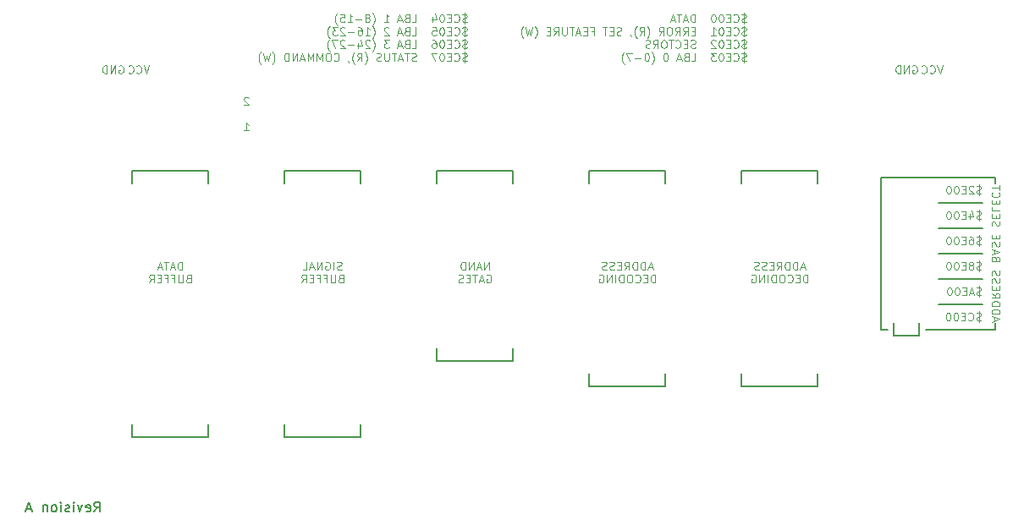
<source format=gbo>
G04 #@! TF.FileFunction,Legend,Bot*
%FSLAX46Y46*%
G04 Gerber Fmt 4.6, Leading zero omitted, Abs format (unit mm)*
G04 Created by KiCad (PCBNEW 4.0.7) date 01/25/20 16:01:31*
%MOMM*%
%LPD*%
G01*
G04 APERTURE LIST*
%ADD10C,0.100000*%
%ADD11C,0.200000*%
%ADD12C,0.150000*%
G04 APERTURE END LIST*
D10*
X163004524Y-96836905D02*
X163004524Y-96036905D01*
X162814048Y-96036905D01*
X162699762Y-96075000D01*
X162623571Y-96151190D01*
X162585476Y-96227381D01*
X162547381Y-96379762D01*
X162547381Y-96494048D01*
X162585476Y-96646429D01*
X162623571Y-96722619D01*
X162699762Y-96798810D01*
X162814048Y-96836905D01*
X163004524Y-96836905D01*
X162242619Y-96608333D02*
X161861667Y-96608333D01*
X162318810Y-96836905D02*
X162052143Y-96036905D01*
X161785476Y-96836905D01*
X161633096Y-96036905D02*
X161175953Y-96036905D01*
X161404524Y-96836905D02*
X161404524Y-96036905D01*
X160947381Y-96608333D02*
X160566429Y-96608333D01*
X161023572Y-96836905D02*
X160756905Y-96036905D01*
X160490238Y-96836905D01*
X163004524Y-97717857D02*
X162737857Y-97717857D01*
X162623571Y-98136905D02*
X163004524Y-98136905D01*
X163004524Y-97336905D01*
X162623571Y-97336905D01*
X161823571Y-98136905D02*
X162090238Y-97755952D01*
X162280714Y-98136905D02*
X162280714Y-97336905D01*
X161975952Y-97336905D01*
X161899761Y-97375000D01*
X161861666Y-97413095D01*
X161823571Y-97489286D01*
X161823571Y-97603571D01*
X161861666Y-97679762D01*
X161899761Y-97717857D01*
X161975952Y-97755952D01*
X162280714Y-97755952D01*
X161023571Y-98136905D02*
X161290238Y-97755952D01*
X161480714Y-98136905D02*
X161480714Y-97336905D01*
X161175952Y-97336905D01*
X161099761Y-97375000D01*
X161061666Y-97413095D01*
X161023571Y-97489286D01*
X161023571Y-97603571D01*
X161061666Y-97679762D01*
X161099761Y-97717857D01*
X161175952Y-97755952D01*
X161480714Y-97755952D01*
X160528333Y-97336905D02*
X160375952Y-97336905D01*
X160299761Y-97375000D01*
X160223571Y-97451190D01*
X160185476Y-97603571D01*
X160185476Y-97870238D01*
X160223571Y-98022619D01*
X160299761Y-98098810D01*
X160375952Y-98136905D01*
X160528333Y-98136905D01*
X160604523Y-98098810D01*
X160680714Y-98022619D01*
X160718809Y-97870238D01*
X160718809Y-97603571D01*
X160680714Y-97451190D01*
X160604523Y-97375000D01*
X160528333Y-97336905D01*
X159385476Y-98136905D02*
X159652143Y-97755952D01*
X159842619Y-98136905D02*
X159842619Y-97336905D01*
X159537857Y-97336905D01*
X159461666Y-97375000D01*
X159423571Y-97413095D01*
X159385476Y-97489286D01*
X159385476Y-97603571D01*
X159423571Y-97679762D01*
X159461666Y-97717857D01*
X159537857Y-97755952D01*
X159842619Y-97755952D01*
X158204523Y-98441667D02*
X158242619Y-98403571D01*
X158318809Y-98289286D01*
X158356904Y-98213095D01*
X158395000Y-98098810D01*
X158433095Y-97908333D01*
X158433095Y-97755952D01*
X158395000Y-97565476D01*
X158356904Y-97451190D01*
X158318809Y-97375000D01*
X158242619Y-97260714D01*
X158204523Y-97222619D01*
X157442619Y-98136905D02*
X157709286Y-97755952D01*
X157899762Y-98136905D02*
X157899762Y-97336905D01*
X157595000Y-97336905D01*
X157518809Y-97375000D01*
X157480714Y-97413095D01*
X157442619Y-97489286D01*
X157442619Y-97603571D01*
X157480714Y-97679762D01*
X157518809Y-97717857D01*
X157595000Y-97755952D01*
X157899762Y-97755952D01*
X157175952Y-98441667D02*
X157137857Y-98403571D01*
X157061667Y-98289286D01*
X157023571Y-98213095D01*
X156985476Y-98098810D01*
X156947381Y-97908333D01*
X156947381Y-97755952D01*
X156985476Y-97565476D01*
X157023571Y-97451190D01*
X157061667Y-97375000D01*
X157137857Y-97260714D01*
X157175952Y-97222619D01*
X156528334Y-98098810D02*
X156528334Y-98136905D01*
X156566429Y-98213095D01*
X156604524Y-98251190D01*
X155614048Y-98098810D02*
X155499762Y-98136905D01*
X155309286Y-98136905D01*
X155233096Y-98098810D01*
X155195000Y-98060714D01*
X155156905Y-97984524D01*
X155156905Y-97908333D01*
X155195000Y-97832143D01*
X155233096Y-97794048D01*
X155309286Y-97755952D01*
X155461667Y-97717857D01*
X155537858Y-97679762D01*
X155575953Y-97641667D01*
X155614048Y-97565476D01*
X155614048Y-97489286D01*
X155575953Y-97413095D01*
X155537858Y-97375000D01*
X155461667Y-97336905D01*
X155271191Y-97336905D01*
X155156905Y-97375000D01*
X154814048Y-97717857D02*
X154547381Y-97717857D01*
X154433095Y-98136905D02*
X154814048Y-98136905D01*
X154814048Y-97336905D01*
X154433095Y-97336905D01*
X154204524Y-97336905D02*
X153747381Y-97336905D01*
X153975952Y-98136905D02*
X153975952Y-97336905D01*
X152604523Y-97717857D02*
X152871190Y-97717857D01*
X152871190Y-98136905D02*
X152871190Y-97336905D01*
X152490237Y-97336905D01*
X152185476Y-97717857D02*
X151918809Y-97717857D01*
X151804523Y-98136905D02*
X152185476Y-98136905D01*
X152185476Y-97336905D01*
X151804523Y-97336905D01*
X151499761Y-97908333D02*
X151118809Y-97908333D01*
X151575952Y-98136905D02*
X151309285Y-97336905D01*
X151042618Y-98136905D01*
X150890238Y-97336905D02*
X150433095Y-97336905D01*
X150661666Y-98136905D02*
X150661666Y-97336905D01*
X150166428Y-97336905D02*
X150166428Y-97984524D01*
X150128333Y-98060714D01*
X150090237Y-98098810D01*
X150014047Y-98136905D01*
X149861666Y-98136905D01*
X149785475Y-98098810D01*
X149747380Y-98060714D01*
X149709285Y-97984524D01*
X149709285Y-97336905D01*
X148871190Y-98136905D02*
X149137857Y-97755952D01*
X149328333Y-98136905D02*
X149328333Y-97336905D01*
X149023571Y-97336905D01*
X148947380Y-97375000D01*
X148909285Y-97413095D01*
X148871190Y-97489286D01*
X148871190Y-97603571D01*
X148909285Y-97679762D01*
X148947380Y-97717857D01*
X149023571Y-97755952D01*
X149328333Y-97755952D01*
X148528333Y-97717857D02*
X148261666Y-97717857D01*
X148147380Y-98136905D02*
X148528333Y-98136905D01*
X148528333Y-97336905D01*
X148147380Y-97336905D01*
X146966427Y-98441667D02*
X147004523Y-98403571D01*
X147080713Y-98289286D01*
X147118808Y-98213095D01*
X147156904Y-98098810D01*
X147194999Y-97908333D01*
X147194999Y-97755952D01*
X147156904Y-97565476D01*
X147118808Y-97451190D01*
X147080713Y-97375000D01*
X147004523Y-97260714D01*
X146966427Y-97222619D01*
X146737856Y-97336905D02*
X146547380Y-98136905D01*
X146394999Y-97565476D01*
X146242618Y-98136905D01*
X146052142Y-97336905D01*
X145823570Y-98441667D02*
X145785475Y-98403571D01*
X145709285Y-98289286D01*
X145671189Y-98213095D01*
X145633094Y-98098810D01*
X145594999Y-97908333D01*
X145594999Y-97755952D01*
X145633094Y-97565476D01*
X145671189Y-97451190D01*
X145709285Y-97375000D01*
X145785475Y-97260714D01*
X145823570Y-97222619D01*
X163042619Y-99398810D02*
X162928333Y-99436905D01*
X162737857Y-99436905D01*
X162661667Y-99398810D01*
X162623571Y-99360714D01*
X162585476Y-99284524D01*
X162585476Y-99208333D01*
X162623571Y-99132143D01*
X162661667Y-99094048D01*
X162737857Y-99055952D01*
X162890238Y-99017857D01*
X162966429Y-98979762D01*
X163004524Y-98941667D01*
X163042619Y-98865476D01*
X163042619Y-98789286D01*
X163004524Y-98713095D01*
X162966429Y-98675000D01*
X162890238Y-98636905D01*
X162699762Y-98636905D01*
X162585476Y-98675000D01*
X162242619Y-99017857D02*
X161975952Y-99017857D01*
X161861666Y-99436905D02*
X162242619Y-99436905D01*
X162242619Y-98636905D01*
X161861666Y-98636905D01*
X161061666Y-99360714D02*
X161099761Y-99398810D01*
X161214047Y-99436905D01*
X161290237Y-99436905D01*
X161404523Y-99398810D01*
X161480714Y-99322619D01*
X161518809Y-99246429D01*
X161556904Y-99094048D01*
X161556904Y-98979762D01*
X161518809Y-98827381D01*
X161480714Y-98751190D01*
X161404523Y-98675000D01*
X161290237Y-98636905D01*
X161214047Y-98636905D01*
X161099761Y-98675000D01*
X161061666Y-98713095D01*
X160833095Y-98636905D02*
X160375952Y-98636905D01*
X160604523Y-99436905D02*
X160604523Y-98636905D01*
X159956904Y-98636905D02*
X159804523Y-98636905D01*
X159728332Y-98675000D01*
X159652142Y-98751190D01*
X159614047Y-98903571D01*
X159614047Y-99170238D01*
X159652142Y-99322619D01*
X159728332Y-99398810D01*
X159804523Y-99436905D01*
X159956904Y-99436905D01*
X160033094Y-99398810D01*
X160109285Y-99322619D01*
X160147380Y-99170238D01*
X160147380Y-98903571D01*
X160109285Y-98751190D01*
X160033094Y-98675000D01*
X159956904Y-98636905D01*
X158814047Y-99436905D02*
X159080714Y-99055952D01*
X159271190Y-99436905D02*
X159271190Y-98636905D01*
X158966428Y-98636905D01*
X158890237Y-98675000D01*
X158852142Y-98713095D01*
X158814047Y-98789286D01*
X158814047Y-98903571D01*
X158852142Y-98979762D01*
X158890237Y-99017857D01*
X158966428Y-99055952D01*
X159271190Y-99055952D01*
X158509285Y-99398810D02*
X158394999Y-99436905D01*
X158204523Y-99436905D01*
X158128333Y-99398810D01*
X158090237Y-99360714D01*
X158052142Y-99284524D01*
X158052142Y-99208333D01*
X158090237Y-99132143D01*
X158128333Y-99094048D01*
X158204523Y-99055952D01*
X158356904Y-99017857D01*
X158433095Y-98979762D01*
X158471190Y-98941667D01*
X158509285Y-98865476D01*
X158509285Y-98789286D01*
X158471190Y-98713095D01*
X158433095Y-98675000D01*
X158356904Y-98636905D01*
X158166428Y-98636905D01*
X158052142Y-98675000D01*
X162623571Y-100736905D02*
X163004524Y-100736905D01*
X163004524Y-99936905D01*
X162090238Y-100317857D02*
X161975952Y-100355952D01*
X161937857Y-100394048D01*
X161899762Y-100470238D01*
X161899762Y-100584524D01*
X161937857Y-100660714D01*
X161975952Y-100698810D01*
X162052143Y-100736905D01*
X162356905Y-100736905D01*
X162356905Y-99936905D01*
X162090238Y-99936905D01*
X162014048Y-99975000D01*
X161975952Y-100013095D01*
X161937857Y-100089286D01*
X161937857Y-100165476D01*
X161975952Y-100241667D01*
X162014048Y-100279762D01*
X162090238Y-100317857D01*
X162356905Y-100317857D01*
X161595000Y-100508333D02*
X161214048Y-100508333D01*
X161671191Y-100736905D02*
X161404524Y-99936905D01*
X161137857Y-100736905D01*
X160109286Y-99936905D02*
X160033095Y-99936905D01*
X159956905Y-99975000D01*
X159918810Y-100013095D01*
X159880714Y-100089286D01*
X159842619Y-100241667D01*
X159842619Y-100432143D01*
X159880714Y-100584524D01*
X159918810Y-100660714D01*
X159956905Y-100698810D01*
X160033095Y-100736905D01*
X160109286Y-100736905D01*
X160185476Y-100698810D01*
X160223572Y-100660714D01*
X160261667Y-100584524D01*
X160299762Y-100432143D01*
X160299762Y-100241667D01*
X160261667Y-100089286D01*
X160223572Y-100013095D01*
X160185476Y-99975000D01*
X160109286Y-99936905D01*
X158661666Y-101041667D02*
X158699762Y-101003571D01*
X158775952Y-100889286D01*
X158814047Y-100813095D01*
X158852143Y-100698810D01*
X158890238Y-100508333D01*
X158890238Y-100355952D01*
X158852143Y-100165476D01*
X158814047Y-100051190D01*
X158775952Y-99975000D01*
X158699762Y-99860714D01*
X158661666Y-99822619D01*
X158204524Y-99936905D02*
X158128333Y-99936905D01*
X158052143Y-99975000D01*
X158014048Y-100013095D01*
X157975952Y-100089286D01*
X157937857Y-100241667D01*
X157937857Y-100432143D01*
X157975952Y-100584524D01*
X158014048Y-100660714D01*
X158052143Y-100698810D01*
X158128333Y-100736905D01*
X158204524Y-100736905D01*
X158280714Y-100698810D01*
X158318810Y-100660714D01*
X158356905Y-100584524D01*
X158395000Y-100432143D01*
X158395000Y-100241667D01*
X158356905Y-100089286D01*
X158318810Y-100013095D01*
X158280714Y-99975000D01*
X158204524Y-99936905D01*
X157595000Y-100432143D02*
X156985476Y-100432143D01*
X156680714Y-99936905D02*
X156147381Y-99936905D01*
X156490238Y-100736905D01*
X155918809Y-101041667D02*
X155880714Y-101003571D01*
X155804524Y-100889286D01*
X155766428Y-100813095D01*
X155728333Y-100698810D01*
X155690238Y-100508333D01*
X155690238Y-100355952D01*
X155728333Y-100165476D01*
X155766428Y-100051190D01*
X155804524Y-99975000D01*
X155880714Y-99860714D01*
X155918809Y-99822619D01*
X134683571Y-96836905D02*
X135064524Y-96836905D01*
X135064524Y-96036905D01*
X134150238Y-96417857D02*
X134035952Y-96455952D01*
X133997857Y-96494048D01*
X133959762Y-96570238D01*
X133959762Y-96684524D01*
X133997857Y-96760714D01*
X134035952Y-96798810D01*
X134112143Y-96836905D01*
X134416905Y-96836905D01*
X134416905Y-96036905D01*
X134150238Y-96036905D01*
X134074048Y-96075000D01*
X134035952Y-96113095D01*
X133997857Y-96189286D01*
X133997857Y-96265476D01*
X134035952Y-96341667D01*
X134074048Y-96379762D01*
X134150238Y-96417857D01*
X134416905Y-96417857D01*
X133655000Y-96608333D02*
X133274048Y-96608333D01*
X133731191Y-96836905D02*
X133464524Y-96036905D01*
X133197857Y-96836905D01*
X131902619Y-96836905D02*
X132359762Y-96836905D01*
X132131191Y-96836905D02*
X132131191Y-96036905D01*
X132207381Y-96151190D01*
X132283572Y-96227381D01*
X132359762Y-96265476D01*
X130721666Y-97141667D02*
X130759762Y-97103571D01*
X130835952Y-96989286D01*
X130874047Y-96913095D01*
X130912143Y-96798810D01*
X130950238Y-96608333D01*
X130950238Y-96455952D01*
X130912143Y-96265476D01*
X130874047Y-96151190D01*
X130835952Y-96075000D01*
X130759762Y-95960714D01*
X130721666Y-95922619D01*
X130302619Y-96379762D02*
X130378810Y-96341667D01*
X130416905Y-96303571D01*
X130455000Y-96227381D01*
X130455000Y-96189286D01*
X130416905Y-96113095D01*
X130378810Y-96075000D01*
X130302619Y-96036905D01*
X130150238Y-96036905D01*
X130074048Y-96075000D01*
X130035952Y-96113095D01*
X129997857Y-96189286D01*
X129997857Y-96227381D01*
X130035952Y-96303571D01*
X130074048Y-96341667D01*
X130150238Y-96379762D01*
X130302619Y-96379762D01*
X130378810Y-96417857D01*
X130416905Y-96455952D01*
X130455000Y-96532143D01*
X130455000Y-96684524D01*
X130416905Y-96760714D01*
X130378810Y-96798810D01*
X130302619Y-96836905D01*
X130150238Y-96836905D01*
X130074048Y-96798810D01*
X130035952Y-96760714D01*
X129997857Y-96684524D01*
X129997857Y-96532143D01*
X130035952Y-96455952D01*
X130074048Y-96417857D01*
X130150238Y-96379762D01*
X129655000Y-96532143D02*
X129045476Y-96532143D01*
X128245476Y-96836905D02*
X128702619Y-96836905D01*
X128474048Y-96836905D02*
X128474048Y-96036905D01*
X128550238Y-96151190D01*
X128626429Y-96227381D01*
X128702619Y-96265476D01*
X127521666Y-96036905D02*
X127902619Y-96036905D01*
X127940714Y-96417857D01*
X127902619Y-96379762D01*
X127826428Y-96341667D01*
X127635952Y-96341667D01*
X127559762Y-96379762D01*
X127521666Y-96417857D01*
X127483571Y-96494048D01*
X127483571Y-96684524D01*
X127521666Y-96760714D01*
X127559762Y-96798810D01*
X127635952Y-96836905D01*
X127826428Y-96836905D01*
X127902619Y-96798810D01*
X127940714Y-96760714D01*
X127216904Y-97141667D02*
X127178809Y-97103571D01*
X127102619Y-96989286D01*
X127064523Y-96913095D01*
X127026428Y-96798810D01*
X126988333Y-96608333D01*
X126988333Y-96455952D01*
X127026428Y-96265476D01*
X127064523Y-96151190D01*
X127102619Y-96075000D01*
X127178809Y-95960714D01*
X127216904Y-95922619D01*
X134683571Y-98136905D02*
X135064524Y-98136905D01*
X135064524Y-97336905D01*
X134150238Y-97717857D02*
X134035952Y-97755952D01*
X133997857Y-97794048D01*
X133959762Y-97870238D01*
X133959762Y-97984524D01*
X133997857Y-98060714D01*
X134035952Y-98098810D01*
X134112143Y-98136905D01*
X134416905Y-98136905D01*
X134416905Y-97336905D01*
X134150238Y-97336905D01*
X134074048Y-97375000D01*
X134035952Y-97413095D01*
X133997857Y-97489286D01*
X133997857Y-97565476D01*
X134035952Y-97641667D01*
X134074048Y-97679762D01*
X134150238Y-97717857D01*
X134416905Y-97717857D01*
X133655000Y-97908333D02*
X133274048Y-97908333D01*
X133731191Y-98136905D02*
X133464524Y-97336905D01*
X133197857Y-98136905D01*
X132359762Y-97413095D02*
X132321667Y-97375000D01*
X132245476Y-97336905D01*
X132055000Y-97336905D01*
X131978810Y-97375000D01*
X131940714Y-97413095D01*
X131902619Y-97489286D01*
X131902619Y-97565476D01*
X131940714Y-97679762D01*
X132397857Y-98136905D01*
X131902619Y-98136905D01*
X130721666Y-98441667D02*
X130759762Y-98403571D01*
X130835952Y-98289286D01*
X130874047Y-98213095D01*
X130912143Y-98098810D01*
X130950238Y-97908333D01*
X130950238Y-97755952D01*
X130912143Y-97565476D01*
X130874047Y-97451190D01*
X130835952Y-97375000D01*
X130759762Y-97260714D01*
X130721666Y-97222619D01*
X129997857Y-98136905D02*
X130455000Y-98136905D01*
X130226429Y-98136905D02*
X130226429Y-97336905D01*
X130302619Y-97451190D01*
X130378810Y-97527381D01*
X130455000Y-97565476D01*
X129312143Y-97336905D02*
X129464524Y-97336905D01*
X129540714Y-97375000D01*
X129578809Y-97413095D01*
X129655000Y-97527381D01*
X129693095Y-97679762D01*
X129693095Y-97984524D01*
X129655000Y-98060714D01*
X129616905Y-98098810D01*
X129540714Y-98136905D01*
X129388333Y-98136905D01*
X129312143Y-98098810D01*
X129274047Y-98060714D01*
X129235952Y-97984524D01*
X129235952Y-97794048D01*
X129274047Y-97717857D01*
X129312143Y-97679762D01*
X129388333Y-97641667D01*
X129540714Y-97641667D01*
X129616905Y-97679762D01*
X129655000Y-97717857D01*
X129693095Y-97794048D01*
X128893095Y-97832143D02*
X128283571Y-97832143D01*
X127940714Y-97413095D02*
X127902619Y-97375000D01*
X127826428Y-97336905D01*
X127635952Y-97336905D01*
X127559762Y-97375000D01*
X127521666Y-97413095D01*
X127483571Y-97489286D01*
X127483571Y-97565476D01*
X127521666Y-97679762D01*
X127978809Y-98136905D01*
X127483571Y-98136905D01*
X127216904Y-97336905D02*
X126721666Y-97336905D01*
X126988333Y-97641667D01*
X126874047Y-97641667D01*
X126797857Y-97679762D01*
X126759761Y-97717857D01*
X126721666Y-97794048D01*
X126721666Y-97984524D01*
X126759761Y-98060714D01*
X126797857Y-98098810D01*
X126874047Y-98136905D01*
X127102619Y-98136905D01*
X127178809Y-98098810D01*
X127216904Y-98060714D01*
X126454999Y-98441667D02*
X126416904Y-98403571D01*
X126340714Y-98289286D01*
X126302618Y-98213095D01*
X126264523Y-98098810D01*
X126226428Y-97908333D01*
X126226428Y-97755952D01*
X126264523Y-97565476D01*
X126302618Y-97451190D01*
X126340714Y-97375000D01*
X126416904Y-97260714D01*
X126454999Y-97222619D01*
X134683571Y-99436905D02*
X135064524Y-99436905D01*
X135064524Y-98636905D01*
X134150238Y-99017857D02*
X134035952Y-99055952D01*
X133997857Y-99094048D01*
X133959762Y-99170238D01*
X133959762Y-99284524D01*
X133997857Y-99360714D01*
X134035952Y-99398810D01*
X134112143Y-99436905D01*
X134416905Y-99436905D01*
X134416905Y-98636905D01*
X134150238Y-98636905D01*
X134074048Y-98675000D01*
X134035952Y-98713095D01*
X133997857Y-98789286D01*
X133997857Y-98865476D01*
X134035952Y-98941667D01*
X134074048Y-98979762D01*
X134150238Y-99017857D01*
X134416905Y-99017857D01*
X133655000Y-99208333D02*
X133274048Y-99208333D01*
X133731191Y-99436905D02*
X133464524Y-98636905D01*
X133197857Y-99436905D01*
X132397857Y-98636905D02*
X131902619Y-98636905D01*
X132169286Y-98941667D01*
X132055000Y-98941667D01*
X131978810Y-98979762D01*
X131940714Y-99017857D01*
X131902619Y-99094048D01*
X131902619Y-99284524D01*
X131940714Y-99360714D01*
X131978810Y-99398810D01*
X132055000Y-99436905D01*
X132283572Y-99436905D01*
X132359762Y-99398810D01*
X132397857Y-99360714D01*
X130721666Y-99741667D02*
X130759762Y-99703571D01*
X130835952Y-99589286D01*
X130874047Y-99513095D01*
X130912143Y-99398810D01*
X130950238Y-99208333D01*
X130950238Y-99055952D01*
X130912143Y-98865476D01*
X130874047Y-98751190D01*
X130835952Y-98675000D01*
X130759762Y-98560714D01*
X130721666Y-98522619D01*
X130455000Y-98713095D02*
X130416905Y-98675000D01*
X130340714Y-98636905D01*
X130150238Y-98636905D01*
X130074048Y-98675000D01*
X130035952Y-98713095D01*
X129997857Y-98789286D01*
X129997857Y-98865476D01*
X130035952Y-98979762D01*
X130493095Y-99436905D01*
X129997857Y-99436905D01*
X129312143Y-98903571D02*
X129312143Y-99436905D01*
X129502619Y-98598810D02*
X129693095Y-99170238D01*
X129197857Y-99170238D01*
X128893095Y-99132143D02*
X128283571Y-99132143D01*
X127940714Y-98713095D02*
X127902619Y-98675000D01*
X127826428Y-98636905D01*
X127635952Y-98636905D01*
X127559762Y-98675000D01*
X127521666Y-98713095D01*
X127483571Y-98789286D01*
X127483571Y-98865476D01*
X127521666Y-98979762D01*
X127978809Y-99436905D01*
X127483571Y-99436905D01*
X127216904Y-98636905D02*
X126683571Y-98636905D01*
X127026428Y-99436905D01*
X126454999Y-99741667D02*
X126416904Y-99703571D01*
X126340714Y-99589286D01*
X126302618Y-99513095D01*
X126264523Y-99398810D01*
X126226428Y-99208333D01*
X126226428Y-99055952D01*
X126264523Y-98865476D01*
X126302618Y-98751190D01*
X126340714Y-98675000D01*
X126416904Y-98560714D01*
X126454999Y-98522619D01*
X135102619Y-100698810D02*
X134988333Y-100736905D01*
X134797857Y-100736905D01*
X134721667Y-100698810D01*
X134683571Y-100660714D01*
X134645476Y-100584524D01*
X134645476Y-100508333D01*
X134683571Y-100432143D01*
X134721667Y-100394048D01*
X134797857Y-100355952D01*
X134950238Y-100317857D01*
X135026429Y-100279762D01*
X135064524Y-100241667D01*
X135102619Y-100165476D01*
X135102619Y-100089286D01*
X135064524Y-100013095D01*
X135026429Y-99975000D01*
X134950238Y-99936905D01*
X134759762Y-99936905D01*
X134645476Y-99975000D01*
X134416905Y-99936905D02*
X133959762Y-99936905D01*
X134188333Y-100736905D02*
X134188333Y-99936905D01*
X133731190Y-100508333D02*
X133350238Y-100508333D01*
X133807381Y-100736905D02*
X133540714Y-99936905D01*
X133274047Y-100736905D01*
X133121667Y-99936905D02*
X132664524Y-99936905D01*
X132893095Y-100736905D02*
X132893095Y-99936905D01*
X132397857Y-99936905D02*
X132397857Y-100584524D01*
X132359762Y-100660714D01*
X132321666Y-100698810D01*
X132245476Y-100736905D01*
X132093095Y-100736905D01*
X132016904Y-100698810D01*
X131978809Y-100660714D01*
X131940714Y-100584524D01*
X131940714Y-99936905D01*
X131597857Y-100698810D02*
X131483571Y-100736905D01*
X131293095Y-100736905D01*
X131216905Y-100698810D01*
X131178809Y-100660714D01*
X131140714Y-100584524D01*
X131140714Y-100508333D01*
X131178809Y-100432143D01*
X131216905Y-100394048D01*
X131293095Y-100355952D01*
X131445476Y-100317857D01*
X131521667Y-100279762D01*
X131559762Y-100241667D01*
X131597857Y-100165476D01*
X131597857Y-100089286D01*
X131559762Y-100013095D01*
X131521667Y-99975000D01*
X131445476Y-99936905D01*
X131255000Y-99936905D01*
X131140714Y-99975000D01*
X129959761Y-101041667D02*
X129997857Y-101003571D01*
X130074047Y-100889286D01*
X130112142Y-100813095D01*
X130150238Y-100698810D01*
X130188333Y-100508333D01*
X130188333Y-100355952D01*
X130150238Y-100165476D01*
X130112142Y-100051190D01*
X130074047Y-99975000D01*
X129997857Y-99860714D01*
X129959761Y-99822619D01*
X129197857Y-100736905D02*
X129464524Y-100355952D01*
X129655000Y-100736905D02*
X129655000Y-99936905D01*
X129350238Y-99936905D01*
X129274047Y-99975000D01*
X129235952Y-100013095D01*
X129197857Y-100089286D01*
X129197857Y-100203571D01*
X129235952Y-100279762D01*
X129274047Y-100317857D01*
X129350238Y-100355952D01*
X129655000Y-100355952D01*
X128931190Y-101041667D02*
X128893095Y-101003571D01*
X128816905Y-100889286D01*
X128778809Y-100813095D01*
X128740714Y-100698810D01*
X128702619Y-100508333D01*
X128702619Y-100355952D01*
X128740714Y-100165476D01*
X128778809Y-100051190D01*
X128816905Y-99975000D01*
X128893095Y-99860714D01*
X128931190Y-99822619D01*
X128283572Y-100698810D02*
X128283572Y-100736905D01*
X128321667Y-100813095D01*
X128359762Y-100851190D01*
X126874048Y-100660714D02*
X126912143Y-100698810D01*
X127026429Y-100736905D01*
X127102619Y-100736905D01*
X127216905Y-100698810D01*
X127293096Y-100622619D01*
X127331191Y-100546429D01*
X127369286Y-100394048D01*
X127369286Y-100279762D01*
X127331191Y-100127381D01*
X127293096Y-100051190D01*
X127216905Y-99975000D01*
X127102619Y-99936905D01*
X127026429Y-99936905D01*
X126912143Y-99975000D01*
X126874048Y-100013095D01*
X126378810Y-99936905D02*
X126226429Y-99936905D01*
X126150238Y-99975000D01*
X126074048Y-100051190D01*
X126035953Y-100203571D01*
X126035953Y-100470238D01*
X126074048Y-100622619D01*
X126150238Y-100698810D01*
X126226429Y-100736905D01*
X126378810Y-100736905D01*
X126455000Y-100698810D01*
X126531191Y-100622619D01*
X126569286Y-100470238D01*
X126569286Y-100203571D01*
X126531191Y-100051190D01*
X126455000Y-99975000D01*
X126378810Y-99936905D01*
X125693096Y-100736905D02*
X125693096Y-99936905D01*
X125426429Y-100508333D01*
X125159762Y-99936905D01*
X125159762Y-100736905D01*
X124778810Y-100736905D02*
X124778810Y-99936905D01*
X124512143Y-100508333D01*
X124245476Y-99936905D01*
X124245476Y-100736905D01*
X123902619Y-100508333D02*
X123521667Y-100508333D01*
X123978810Y-100736905D02*
X123712143Y-99936905D01*
X123445476Y-100736905D01*
X123178810Y-100736905D02*
X123178810Y-99936905D01*
X122721667Y-100736905D01*
X122721667Y-99936905D01*
X122340715Y-100736905D02*
X122340715Y-99936905D01*
X122150239Y-99936905D01*
X122035953Y-99975000D01*
X121959762Y-100051190D01*
X121921667Y-100127381D01*
X121883572Y-100279762D01*
X121883572Y-100394048D01*
X121921667Y-100546429D01*
X121959762Y-100622619D01*
X122035953Y-100698810D01*
X122150239Y-100736905D01*
X122340715Y-100736905D01*
X120702619Y-101041667D02*
X120740715Y-101003571D01*
X120816905Y-100889286D01*
X120855000Y-100813095D01*
X120893096Y-100698810D01*
X120931191Y-100508333D01*
X120931191Y-100355952D01*
X120893096Y-100165476D01*
X120855000Y-100051190D01*
X120816905Y-99975000D01*
X120740715Y-99860714D01*
X120702619Y-99822619D01*
X120474048Y-99936905D02*
X120283572Y-100736905D01*
X120131191Y-100165476D01*
X119978810Y-100736905D01*
X119788334Y-99936905D01*
X119559762Y-101041667D02*
X119521667Y-101003571D01*
X119445477Y-100889286D01*
X119407381Y-100813095D01*
X119369286Y-100698810D01*
X119331191Y-100508333D01*
X119331191Y-100355952D01*
X119369286Y-100165476D01*
X119407381Y-100051190D01*
X119445477Y-99975000D01*
X119521667Y-99860714D01*
X119559762Y-99822619D01*
X140182619Y-96798810D02*
X140068333Y-96836905D01*
X139877857Y-96836905D01*
X139801667Y-96798810D01*
X139763571Y-96760714D01*
X139725476Y-96684524D01*
X139725476Y-96608333D01*
X139763571Y-96532143D01*
X139801667Y-96494048D01*
X139877857Y-96455952D01*
X140030238Y-96417857D01*
X140106429Y-96379762D01*
X140144524Y-96341667D01*
X140182619Y-96265476D01*
X140182619Y-96189286D01*
X140144524Y-96113095D01*
X140106429Y-96075000D01*
X140030238Y-96036905D01*
X139839762Y-96036905D01*
X139725476Y-96075000D01*
X139954048Y-95922619D02*
X139954048Y-96951190D01*
X138925476Y-96760714D02*
X138963571Y-96798810D01*
X139077857Y-96836905D01*
X139154047Y-96836905D01*
X139268333Y-96798810D01*
X139344524Y-96722619D01*
X139382619Y-96646429D01*
X139420714Y-96494048D01*
X139420714Y-96379762D01*
X139382619Y-96227381D01*
X139344524Y-96151190D01*
X139268333Y-96075000D01*
X139154047Y-96036905D01*
X139077857Y-96036905D01*
X138963571Y-96075000D01*
X138925476Y-96113095D01*
X138582619Y-96417857D02*
X138315952Y-96417857D01*
X138201666Y-96836905D02*
X138582619Y-96836905D01*
X138582619Y-96036905D01*
X138201666Y-96036905D01*
X137706428Y-96036905D02*
X137630237Y-96036905D01*
X137554047Y-96075000D01*
X137515952Y-96113095D01*
X137477856Y-96189286D01*
X137439761Y-96341667D01*
X137439761Y-96532143D01*
X137477856Y-96684524D01*
X137515952Y-96760714D01*
X137554047Y-96798810D01*
X137630237Y-96836905D01*
X137706428Y-96836905D01*
X137782618Y-96798810D01*
X137820714Y-96760714D01*
X137858809Y-96684524D01*
X137896904Y-96532143D01*
X137896904Y-96341667D01*
X137858809Y-96189286D01*
X137820714Y-96113095D01*
X137782618Y-96075000D01*
X137706428Y-96036905D01*
X136754047Y-96303571D02*
X136754047Y-96836905D01*
X136944523Y-95998810D02*
X137134999Y-96570238D01*
X136639761Y-96570238D01*
X140182619Y-98098810D02*
X140068333Y-98136905D01*
X139877857Y-98136905D01*
X139801667Y-98098810D01*
X139763571Y-98060714D01*
X139725476Y-97984524D01*
X139725476Y-97908333D01*
X139763571Y-97832143D01*
X139801667Y-97794048D01*
X139877857Y-97755952D01*
X140030238Y-97717857D01*
X140106429Y-97679762D01*
X140144524Y-97641667D01*
X140182619Y-97565476D01*
X140182619Y-97489286D01*
X140144524Y-97413095D01*
X140106429Y-97375000D01*
X140030238Y-97336905D01*
X139839762Y-97336905D01*
X139725476Y-97375000D01*
X139954048Y-97222619D02*
X139954048Y-98251190D01*
X138925476Y-98060714D02*
X138963571Y-98098810D01*
X139077857Y-98136905D01*
X139154047Y-98136905D01*
X139268333Y-98098810D01*
X139344524Y-98022619D01*
X139382619Y-97946429D01*
X139420714Y-97794048D01*
X139420714Y-97679762D01*
X139382619Y-97527381D01*
X139344524Y-97451190D01*
X139268333Y-97375000D01*
X139154047Y-97336905D01*
X139077857Y-97336905D01*
X138963571Y-97375000D01*
X138925476Y-97413095D01*
X138582619Y-97717857D02*
X138315952Y-97717857D01*
X138201666Y-98136905D02*
X138582619Y-98136905D01*
X138582619Y-97336905D01*
X138201666Y-97336905D01*
X137706428Y-97336905D02*
X137630237Y-97336905D01*
X137554047Y-97375000D01*
X137515952Y-97413095D01*
X137477856Y-97489286D01*
X137439761Y-97641667D01*
X137439761Y-97832143D01*
X137477856Y-97984524D01*
X137515952Y-98060714D01*
X137554047Y-98098810D01*
X137630237Y-98136905D01*
X137706428Y-98136905D01*
X137782618Y-98098810D01*
X137820714Y-98060714D01*
X137858809Y-97984524D01*
X137896904Y-97832143D01*
X137896904Y-97641667D01*
X137858809Y-97489286D01*
X137820714Y-97413095D01*
X137782618Y-97375000D01*
X137706428Y-97336905D01*
X136715951Y-97336905D02*
X137096904Y-97336905D01*
X137134999Y-97717857D01*
X137096904Y-97679762D01*
X137020713Y-97641667D01*
X136830237Y-97641667D01*
X136754047Y-97679762D01*
X136715951Y-97717857D01*
X136677856Y-97794048D01*
X136677856Y-97984524D01*
X136715951Y-98060714D01*
X136754047Y-98098810D01*
X136830237Y-98136905D01*
X137020713Y-98136905D01*
X137096904Y-98098810D01*
X137134999Y-98060714D01*
X140182619Y-99398810D02*
X140068333Y-99436905D01*
X139877857Y-99436905D01*
X139801667Y-99398810D01*
X139763571Y-99360714D01*
X139725476Y-99284524D01*
X139725476Y-99208333D01*
X139763571Y-99132143D01*
X139801667Y-99094048D01*
X139877857Y-99055952D01*
X140030238Y-99017857D01*
X140106429Y-98979762D01*
X140144524Y-98941667D01*
X140182619Y-98865476D01*
X140182619Y-98789286D01*
X140144524Y-98713095D01*
X140106429Y-98675000D01*
X140030238Y-98636905D01*
X139839762Y-98636905D01*
X139725476Y-98675000D01*
X139954048Y-98522619D02*
X139954048Y-99551190D01*
X138925476Y-99360714D02*
X138963571Y-99398810D01*
X139077857Y-99436905D01*
X139154047Y-99436905D01*
X139268333Y-99398810D01*
X139344524Y-99322619D01*
X139382619Y-99246429D01*
X139420714Y-99094048D01*
X139420714Y-98979762D01*
X139382619Y-98827381D01*
X139344524Y-98751190D01*
X139268333Y-98675000D01*
X139154047Y-98636905D01*
X139077857Y-98636905D01*
X138963571Y-98675000D01*
X138925476Y-98713095D01*
X138582619Y-99017857D02*
X138315952Y-99017857D01*
X138201666Y-99436905D02*
X138582619Y-99436905D01*
X138582619Y-98636905D01*
X138201666Y-98636905D01*
X137706428Y-98636905D02*
X137630237Y-98636905D01*
X137554047Y-98675000D01*
X137515952Y-98713095D01*
X137477856Y-98789286D01*
X137439761Y-98941667D01*
X137439761Y-99132143D01*
X137477856Y-99284524D01*
X137515952Y-99360714D01*
X137554047Y-99398810D01*
X137630237Y-99436905D01*
X137706428Y-99436905D01*
X137782618Y-99398810D01*
X137820714Y-99360714D01*
X137858809Y-99284524D01*
X137896904Y-99132143D01*
X137896904Y-98941667D01*
X137858809Y-98789286D01*
X137820714Y-98713095D01*
X137782618Y-98675000D01*
X137706428Y-98636905D01*
X136754047Y-98636905D02*
X136906428Y-98636905D01*
X136982618Y-98675000D01*
X137020713Y-98713095D01*
X137096904Y-98827381D01*
X137134999Y-98979762D01*
X137134999Y-99284524D01*
X137096904Y-99360714D01*
X137058809Y-99398810D01*
X136982618Y-99436905D01*
X136830237Y-99436905D01*
X136754047Y-99398810D01*
X136715951Y-99360714D01*
X136677856Y-99284524D01*
X136677856Y-99094048D01*
X136715951Y-99017857D01*
X136754047Y-98979762D01*
X136830237Y-98941667D01*
X136982618Y-98941667D01*
X137058809Y-98979762D01*
X137096904Y-99017857D01*
X137134999Y-99094048D01*
X140182619Y-100698810D02*
X140068333Y-100736905D01*
X139877857Y-100736905D01*
X139801667Y-100698810D01*
X139763571Y-100660714D01*
X139725476Y-100584524D01*
X139725476Y-100508333D01*
X139763571Y-100432143D01*
X139801667Y-100394048D01*
X139877857Y-100355952D01*
X140030238Y-100317857D01*
X140106429Y-100279762D01*
X140144524Y-100241667D01*
X140182619Y-100165476D01*
X140182619Y-100089286D01*
X140144524Y-100013095D01*
X140106429Y-99975000D01*
X140030238Y-99936905D01*
X139839762Y-99936905D01*
X139725476Y-99975000D01*
X139954048Y-99822619D02*
X139954048Y-100851190D01*
X138925476Y-100660714D02*
X138963571Y-100698810D01*
X139077857Y-100736905D01*
X139154047Y-100736905D01*
X139268333Y-100698810D01*
X139344524Y-100622619D01*
X139382619Y-100546429D01*
X139420714Y-100394048D01*
X139420714Y-100279762D01*
X139382619Y-100127381D01*
X139344524Y-100051190D01*
X139268333Y-99975000D01*
X139154047Y-99936905D01*
X139077857Y-99936905D01*
X138963571Y-99975000D01*
X138925476Y-100013095D01*
X138582619Y-100317857D02*
X138315952Y-100317857D01*
X138201666Y-100736905D02*
X138582619Y-100736905D01*
X138582619Y-99936905D01*
X138201666Y-99936905D01*
X137706428Y-99936905D02*
X137630237Y-99936905D01*
X137554047Y-99975000D01*
X137515952Y-100013095D01*
X137477856Y-100089286D01*
X137439761Y-100241667D01*
X137439761Y-100432143D01*
X137477856Y-100584524D01*
X137515952Y-100660714D01*
X137554047Y-100698810D01*
X137630237Y-100736905D01*
X137706428Y-100736905D01*
X137782618Y-100698810D01*
X137820714Y-100660714D01*
X137858809Y-100584524D01*
X137896904Y-100432143D01*
X137896904Y-100241667D01*
X137858809Y-100089286D01*
X137820714Y-100013095D01*
X137782618Y-99975000D01*
X137706428Y-99936905D01*
X137173094Y-99936905D02*
X136639761Y-99936905D01*
X136982618Y-100736905D01*
X168122619Y-96798810D02*
X168008333Y-96836905D01*
X167817857Y-96836905D01*
X167741667Y-96798810D01*
X167703571Y-96760714D01*
X167665476Y-96684524D01*
X167665476Y-96608333D01*
X167703571Y-96532143D01*
X167741667Y-96494048D01*
X167817857Y-96455952D01*
X167970238Y-96417857D01*
X168046429Y-96379762D01*
X168084524Y-96341667D01*
X168122619Y-96265476D01*
X168122619Y-96189286D01*
X168084524Y-96113095D01*
X168046429Y-96075000D01*
X167970238Y-96036905D01*
X167779762Y-96036905D01*
X167665476Y-96075000D01*
X167894048Y-95922619D02*
X167894048Y-96951190D01*
X166865476Y-96760714D02*
X166903571Y-96798810D01*
X167017857Y-96836905D01*
X167094047Y-96836905D01*
X167208333Y-96798810D01*
X167284524Y-96722619D01*
X167322619Y-96646429D01*
X167360714Y-96494048D01*
X167360714Y-96379762D01*
X167322619Y-96227381D01*
X167284524Y-96151190D01*
X167208333Y-96075000D01*
X167094047Y-96036905D01*
X167017857Y-96036905D01*
X166903571Y-96075000D01*
X166865476Y-96113095D01*
X166522619Y-96417857D02*
X166255952Y-96417857D01*
X166141666Y-96836905D02*
X166522619Y-96836905D01*
X166522619Y-96036905D01*
X166141666Y-96036905D01*
X165646428Y-96036905D02*
X165570237Y-96036905D01*
X165494047Y-96075000D01*
X165455952Y-96113095D01*
X165417856Y-96189286D01*
X165379761Y-96341667D01*
X165379761Y-96532143D01*
X165417856Y-96684524D01*
X165455952Y-96760714D01*
X165494047Y-96798810D01*
X165570237Y-96836905D01*
X165646428Y-96836905D01*
X165722618Y-96798810D01*
X165760714Y-96760714D01*
X165798809Y-96684524D01*
X165836904Y-96532143D01*
X165836904Y-96341667D01*
X165798809Y-96189286D01*
X165760714Y-96113095D01*
X165722618Y-96075000D01*
X165646428Y-96036905D01*
X164884523Y-96036905D02*
X164808332Y-96036905D01*
X164732142Y-96075000D01*
X164694047Y-96113095D01*
X164655951Y-96189286D01*
X164617856Y-96341667D01*
X164617856Y-96532143D01*
X164655951Y-96684524D01*
X164694047Y-96760714D01*
X164732142Y-96798810D01*
X164808332Y-96836905D01*
X164884523Y-96836905D01*
X164960713Y-96798810D01*
X164998809Y-96760714D01*
X165036904Y-96684524D01*
X165074999Y-96532143D01*
X165074999Y-96341667D01*
X165036904Y-96189286D01*
X164998809Y-96113095D01*
X164960713Y-96075000D01*
X164884523Y-96036905D01*
X168122619Y-98098810D02*
X168008333Y-98136905D01*
X167817857Y-98136905D01*
X167741667Y-98098810D01*
X167703571Y-98060714D01*
X167665476Y-97984524D01*
X167665476Y-97908333D01*
X167703571Y-97832143D01*
X167741667Y-97794048D01*
X167817857Y-97755952D01*
X167970238Y-97717857D01*
X168046429Y-97679762D01*
X168084524Y-97641667D01*
X168122619Y-97565476D01*
X168122619Y-97489286D01*
X168084524Y-97413095D01*
X168046429Y-97375000D01*
X167970238Y-97336905D01*
X167779762Y-97336905D01*
X167665476Y-97375000D01*
X167894048Y-97222619D02*
X167894048Y-98251190D01*
X166865476Y-98060714D02*
X166903571Y-98098810D01*
X167017857Y-98136905D01*
X167094047Y-98136905D01*
X167208333Y-98098810D01*
X167284524Y-98022619D01*
X167322619Y-97946429D01*
X167360714Y-97794048D01*
X167360714Y-97679762D01*
X167322619Y-97527381D01*
X167284524Y-97451190D01*
X167208333Y-97375000D01*
X167094047Y-97336905D01*
X167017857Y-97336905D01*
X166903571Y-97375000D01*
X166865476Y-97413095D01*
X166522619Y-97717857D02*
X166255952Y-97717857D01*
X166141666Y-98136905D02*
X166522619Y-98136905D01*
X166522619Y-97336905D01*
X166141666Y-97336905D01*
X165646428Y-97336905D02*
X165570237Y-97336905D01*
X165494047Y-97375000D01*
X165455952Y-97413095D01*
X165417856Y-97489286D01*
X165379761Y-97641667D01*
X165379761Y-97832143D01*
X165417856Y-97984524D01*
X165455952Y-98060714D01*
X165494047Y-98098810D01*
X165570237Y-98136905D01*
X165646428Y-98136905D01*
X165722618Y-98098810D01*
X165760714Y-98060714D01*
X165798809Y-97984524D01*
X165836904Y-97832143D01*
X165836904Y-97641667D01*
X165798809Y-97489286D01*
X165760714Y-97413095D01*
X165722618Y-97375000D01*
X165646428Y-97336905D01*
X164617856Y-98136905D02*
X165074999Y-98136905D01*
X164846428Y-98136905D02*
X164846428Y-97336905D01*
X164922618Y-97451190D01*
X164998809Y-97527381D01*
X165074999Y-97565476D01*
X168122619Y-99398810D02*
X168008333Y-99436905D01*
X167817857Y-99436905D01*
X167741667Y-99398810D01*
X167703571Y-99360714D01*
X167665476Y-99284524D01*
X167665476Y-99208333D01*
X167703571Y-99132143D01*
X167741667Y-99094048D01*
X167817857Y-99055952D01*
X167970238Y-99017857D01*
X168046429Y-98979762D01*
X168084524Y-98941667D01*
X168122619Y-98865476D01*
X168122619Y-98789286D01*
X168084524Y-98713095D01*
X168046429Y-98675000D01*
X167970238Y-98636905D01*
X167779762Y-98636905D01*
X167665476Y-98675000D01*
X167894048Y-98522619D02*
X167894048Y-99551190D01*
X166865476Y-99360714D02*
X166903571Y-99398810D01*
X167017857Y-99436905D01*
X167094047Y-99436905D01*
X167208333Y-99398810D01*
X167284524Y-99322619D01*
X167322619Y-99246429D01*
X167360714Y-99094048D01*
X167360714Y-98979762D01*
X167322619Y-98827381D01*
X167284524Y-98751190D01*
X167208333Y-98675000D01*
X167094047Y-98636905D01*
X167017857Y-98636905D01*
X166903571Y-98675000D01*
X166865476Y-98713095D01*
X166522619Y-99017857D02*
X166255952Y-99017857D01*
X166141666Y-99436905D02*
X166522619Y-99436905D01*
X166522619Y-98636905D01*
X166141666Y-98636905D01*
X165646428Y-98636905D02*
X165570237Y-98636905D01*
X165494047Y-98675000D01*
X165455952Y-98713095D01*
X165417856Y-98789286D01*
X165379761Y-98941667D01*
X165379761Y-99132143D01*
X165417856Y-99284524D01*
X165455952Y-99360714D01*
X165494047Y-99398810D01*
X165570237Y-99436905D01*
X165646428Y-99436905D01*
X165722618Y-99398810D01*
X165760714Y-99360714D01*
X165798809Y-99284524D01*
X165836904Y-99132143D01*
X165836904Y-98941667D01*
X165798809Y-98789286D01*
X165760714Y-98713095D01*
X165722618Y-98675000D01*
X165646428Y-98636905D01*
X165074999Y-98713095D02*
X165036904Y-98675000D01*
X164960713Y-98636905D01*
X164770237Y-98636905D01*
X164694047Y-98675000D01*
X164655951Y-98713095D01*
X164617856Y-98789286D01*
X164617856Y-98865476D01*
X164655951Y-98979762D01*
X165113094Y-99436905D01*
X164617856Y-99436905D01*
X168122619Y-100698810D02*
X168008333Y-100736905D01*
X167817857Y-100736905D01*
X167741667Y-100698810D01*
X167703571Y-100660714D01*
X167665476Y-100584524D01*
X167665476Y-100508333D01*
X167703571Y-100432143D01*
X167741667Y-100394048D01*
X167817857Y-100355952D01*
X167970238Y-100317857D01*
X168046429Y-100279762D01*
X168084524Y-100241667D01*
X168122619Y-100165476D01*
X168122619Y-100089286D01*
X168084524Y-100013095D01*
X168046429Y-99975000D01*
X167970238Y-99936905D01*
X167779762Y-99936905D01*
X167665476Y-99975000D01*
X167894048Y-99822619D02*
X167894048Y-100851190D01*
X166865476Y-100660714D02*
X166903571Y-100698810D01*
X167017857Y-100736905D01*
X167094047Y-100736905D01*
X167208333Y-100698810D01*
X167284524Y-100622619D01*
X167322619Y-100546429D01*
X167360714Y-100394048D01*
X167360714Y-100279762D01*
X167322619Y-100127381D01*
X167284524Y-100051190D01*
X167208333Y-99975000D01*
X167094047Y-99936905D01*
X167017857Y-99936905D01*
X166903571Y-99975000D01*
X166865476Y-100013095D01*
X166522619Y-100317857D02*
X166255952Y-100317857D01*
X166141666Y-100736905D02*
X166522619Y-100736905D01*
X166522619Y-99936905D01*
X166141666Y-99936905D01*
X165646428Y-99936905D02*
X165570237Y-99936905D01*
X165494047Y-99975000D01*
X165455952Y-100013095D01*
X165417856Y-100089286D01*
X165379761Y-100241667D01*
X165379761Y-100432143D01*
X165417856Y-100584524D01*
X165455952Y-100660714D01*
X165494047Y-100698810D01*
X165570237Y-100736905D01*
X165646428Y-100736905D01*
X165722618Y-100698810D01*
X165760714Y-100660714D01*
X165798809Y-100584524D01*
X165836904Y-100432143D01*
X165836904Y-100241667D01*
X165798809Y-100089286D01*
X165760714Y-100013095D01*
X165722618Y-99975000D01*
X165646428Y-99936905D01*
X165113094Y-99936905D02*
X164617856Y-99936905D01*
X164884523Y-100241667D01*
X164770237Y-100241667D01*
X164694047Y-100279762D01*
X164655951Y-100317857D01*
X164617856Y-100394048D01*
X164617856Y-100584524D01*
X164655951Y-100660714D01*
X164694047Y-100698810D01*
X164770237Y-100736905D01*
X164998809Y-100736905D01*
X165074999Y-100698810D01*
X165113094Y-100660714D01*
X111690000Y-121631905D02*
X111690000Y-120831905D01*
X111499524Y-120831905D01*
X111385238Y-120870000D01*
X111309047Y-120946190D01*
X111270952Y-121022381D01*
X111232857Y-121174762D01*
X111232857Y-121289048D01*
X111270952Y-121441429D01*
X111309047Y-121517619D01*
X111385238Y-121593810D01*
X111499524Y-121631905D01*
X111690000Y-121631905D01*
X110928095Y-121403333D02*
X110547143Y-121403333D01*
X111004286Y-121631905D02*
X110737619Y-120831905D01*
X110470952Y-121631905D01*
X110318572Y-120831905D02*
X109861429Y-120831905D01*
X110090000Y-121631905D02*
X110090000Y-120831905D01*
X109632857Y-121403333D02*
X109251905Y-121403333D01*
X109709048Y-121631905D02*
X109442381Y-120831905D01*
X109175714Y-121631905D01*
X112299523Y-122512857D02*
X112185237Y-122550952D01*
X112147142Y-122589048D01*
X112109047Y-122665238D01*
X112109047Y-122779524D01*
X112147142Y-122855714D01*
X112185237Y-122893810D01*
X112261428Y-122931905D01*
X112566190Y-122931905D01*
X112566190Y-122131905D01*
X112299523Y-122131905D01*
X112223333Y-122170000D01*
X112185237Y-122208095D01*
X112147142Y-122284286D01*
X112147142Y-122360476D01*
X112185237Y-122436667D01*
X112223333Y-122474762D01*
X112299523Y-122512857D01*
X112566190Y-122512857D01*
X111766190Y-122131905D02*
X111766190Y-122779524D01*
X111728095Y-122855714D01*
X111689999Y-122893810D01*
X111613809Y-122931905D01*
X111461428Y-122931905D01*
X111385237Y-122893810D01*
X111347142Y-122855714D01*
X111309047Y-122779524D01*
X111309047Y-122131905D01*
X110661428Y-122512857D02*
X110928095Y-122512857D01*
X110928095Y-122931905D02*
X110928095Y-122131905D01*
X110547142Y-122131905D01*
X109975714Y-122512857D02*
X110242381Y-122512857D01*
X110242381Y-122931905D02*
X110242381Y-122131905D01*
X109861428Y-122131905D01*
X109556667Y-122512857D02*
X109290000Y-122512857D01*
X109175714Y-122931905D02*
X109556667Y-122931905D01*
X109556667Y-122131905D01*
X109175714Y-122131905D01*
X108375714Y-122931905D02*
X108642381Y-122550952D01*
X108832857Y-122931905D02*
X108832857Y-122131905D01*
X108528095Y-122131905D01*
X108451904Y-122170000D01*
X108413809Y-122208095D01*
X108375714Y-122284286D01*
X108375714Y-122398571D01*
X108413809Y-122474762D01*
X108451904Y-122512857D01*
X108528095Y-122550952D01*
X108832857Y-122550952D01*
X127634761Y-121593810D02*
X127520475Y-121631905D01*
X127329999Y-121631905D01*
X127253809Y-121593810D01*
X127215713Y-121555714D01*
X127177618Y-121479524D01*
X127177618Y-121403333D01*
X127215713Y-121327143D01*
X127253809Y-121289048D01*
X127329999Y-121250952D01*
X127482380Y-121212857D01*
X127558571Y-121174762D01*
X127596666Y-121136667D01*
X127634761Y-121060476D01*
X127634761Y-120984286D01*
X127596666Y-120908095D01*
X127558571Y-120870000D01*
X127482380Y-120831905D01*
X127291904Y-120831905D01*
X127177618Y-120870000D01*
X126834761Y-121631905D02*
X126834761Y-120831905D01*
X126034761Y-120870000D02*
X126110952Y-120831905D01*
X126225237Y-120831905D01*
X126339523Y-120870000D01*
X126415714Y-120946190D01*
X126453809Y-121022381D01*
X126491904Y-121174762D01*
X126491904Y-121289048D01*
X126453809Y-121441429D01*
X126415714Y-121517619D01*
X126339523Y-121593810D01*
X126225237Y-121631905D01*
X126149047Y-121631905D01*
X126034761Y-121593810D01*
X125996666Y-121555714D01*
X125996666Y-121289048D01*
X126149047Y-121289048D01*
X125653809Y-121631905D02*
X125653809Y-120831905D01*
X125196666Y-121631905D01*
X125196666Y-120831905D01*
X124853809Y-121403333D02*
X124472857Y-121403333D01*
X124930000Y-121631905D02*
X124663333Y-120831905D01*
X124396666Y-121631905D01*
X123749047Y-121631905D02*
X124130000Y-121631905D01*
X124130000Y-120831905D01*
X127539523Y-122512857D02*
X127425237Y-122550952D01*
X127387142Y-122589048D01*
X127349047Y-122665238D01*
X127349047Y-122779524D01*
X127387142Y-122855714D01*
X127425237Y-122893810D01*
X127501428Y-122931905D01*
X127806190Y-122931905D01*
X127806190Y-122131905D01*
X127539523Y-122131905D01*
X127463333Y-122170000D01*
X127425237Y-122208095D01*
X127387142Y-122284286D01*
X127387142Y-122360476D01*
X127425237Y-122436667D01*
X127463333Y-122474762D01*
X127539523Y-122512857D01*
X127806190Y-122512857D01*
X127006190Y-122131905D02*
X127006190Y-122779524D01*
X126968095Y-122855714D01*
X126929999Y-122893810D01*
X126853809Y-122931905D01*
X126701428Y-122931905D01*
X126625237Y-122893810D01*
X126587142Y-122855714D01*
X126549047Y-122779524D01*
X126549047Y-122131905D01*
X125901428Y-122512857D02*
X126168095Y-122512857D01*
X126168095Y-122931905D02*
X126168095Y-122131905D01*
X125787142Y-122131905D01*
X125215714Y-122512857D02*
X125482381Y-122512857D01*
X125482381Y-122931905D02*
X125482381Y-122131905D01*
X125101428Y-122131905D01*
X124796667Y-122512857D02*
X124530000Y-122512857D01*
X124415714Y-122931905D02*
X124796667Y-122931905D01*
X124796667Y-122131905D01*
X124415714Y-122131905D01*
X123615714Y-122931905D02*
X123882381Y-122550952D01*
X124072857Y-122931905D02*
X124072857Y-122131905D01*
X123768095Y-122131905D01*
X123691904Y-122170000D01*
X123653809Y-122208095D01*
X123615714Y-122284286D01*
X123615714Y-122398571D01*
X123653809Y-122474762D01*
X123691904Y-122512857D01*
X123768095Y-122550952D01*
X124072857Y-122550952D01*
D11*
X129540000Y-138430000D02*
X129540000Y-137160000D01*
X121920000Y-138430000D02*
X129540000Y-138430000D01*
X121920000Y-137160000D02*
X121920000Y-138430000D01*
X114300000Y-138430000D02*
X114300000Y-137160000D01*
X106680000Y-138430000D02*
X114300000Y-138430000D01*
X106680000Y-137160000D02*
X106680000Y-138430000D01*
X129540000Y-111760000D02*
X129540000Y-113030000D01*
X121920000Y-111760000D02*
X129540000Y-111760000D01*
X121920000Y-113030000D02*
X121920000Y-111760000D01*
X114300000Y-111760000D02*
X114300000Y-113030000D01*
X106680000Y-111760000D02*
X114300000Y-111760000D01*
X106680000Y-113030000D02*
X106680000Y-111760000D01*
D10*
X184759523Y-101200000D02*
X184835714Y-101161905D01*
X184949999Y-101161905D01*
X185064285Y-101200000D01*
X185140476Y-101276190D01*
X185178571Y-101352381D01*
X185216666Y-101504762D01*
X185216666Y-101619048D01*
X185178571Y-101771429D01*
X185140476Y-101847619D01*
X185064285Y-101923810D01*
X184949999Y-101961905D01*
X184873809Y-101961905D01*
X184759523Y-101923810D01*
X184721428Y-101885714D01*
X184721428Y-101619048D01*
X184873809Y-101619048D01*
X184378571Y-101961905D02*
X184378571Y-101161905D01*
X183921428Y-101961905D01*
X183921428Y-101161905D01*
X183540476Y-101961905D02*
X183540476Y-101161905D01*
X183350000Y-101161905D01*
X183235714Y-101200000D01*
X183159523Y-101276190D01*
X183121428Y-101352381D01*
X183083333Y-101504762D01*
X183083333Y-101619048D01*
X183121428Y-101771429D01*
X183159523Y-101847619D01*
X183235714Y-101923810D01*
X183350000Y-101961905D01*
X183540476Y-101961905D01*
X187756667Y-101161905D02*
X187490000Y-101961905D01*
X187223333Y-101161905D01*
X186499524Y-101885714D02*
X186537619Y-101923810D01*
X186651905Y-101961905D01*
X186728095Y-101961905D01*
X186842381Y-101923810D01*
X186918572Y-101847619D01*
X186956667Y-101771429D01*
X186994762Y-101619048D01*
X186994762Y-101504762D01*
X186956667Y-101352381D01*
X186918572Y-101276190D01*
X186842381Y-101200000D01*
X186728095Y-101161905D01*
X186651905Y-101161905D01*
X186537619Y-101200000D01*
X186499524Y-101238095D01*
X185699524Y-101885714D02*
X185737619Y-101923810D01*
X185851905Y-101961905D01*
X185928095Y-101961905D01*
X186042381Y-101923810D01*
X186118572Y-101847619D01*
X186156667Y-101771429D01*
X186194762Y-101619048D01*
X186194762Y-101504762D01*
X186156667Y-101352381D01*
X186118572Y-101276190D01*
X186042381Y-101200000D01*
X185928095Y-101161905D01*
X185851905Y-101161905D01*
X185737619Y-101200000D01*
X185699524Y-101238095D01*
X105384523Y-101200000D02*
X105460714Y-101161905D01*
X105574999Y-101161905D01*
X105689285Y-101200000D01*
X105765476Y-101276190D01*
X105803571Y-101352381D01*
X105841666Y-101504762D01*
X105841666Y-101619048D01*
X105803571Y-101771429D01*
X105765476Y-101847619D01*
X105689285Y-101923810D01*
X105574999Y-101961905D01*
X105498809Y-101961905D01*
X105384523Y-101923810D01*
X105346428Y-101885714D01*
X105346428Y-101619048D01*
X105498809Y-101619048D01*
X105003571Y-101961905D02*
X105003571Y-101161905D01*
X104546428Y-101961905D01*
X104546428Y-101161905D01*
X104165476Y-101961905D02*
X104165476Y-101161905D01*
X103975000Y-101161905D01*
X103860714Y-101200000D01*
X103784523Y-101276190D01*
X103746428Y-101352381D01*
X103708333Y-101504762D01*
X103708333Y-101619048D01*
X103746428Y-101771429D01*
X103784523Y-101847619D01*
X103860714Y-101923810D01*
X103975000Y-101961905D01*
X104165476Y-101961905D01*
X108381667Y-101161905D02*
X108115000Y-101961905D01*
X107848333Y-101161905D01*
X107124524Y-101885714D02*
X107162619Y-101923810D01*
X107276905Y-101961905D01*
X107353095Y-101961905D01*
X107467381Y-101923810D01*
X107543572Y-101847619D01*
X107581667Y-101771429D01*
X107619762Y-101619048D01*
X107619762Y-101504762D01*
X107581667Y-101352381D01*
X107543572Y-101276190D01*
X107467381Y-101200000D01*
X107353095Y-101161905D01*
X107276905Y-101161905D01*
X107162619Y-101200000D01*
X107124524Y-101238095D01*
X106324524Y-101885714D02*
X106362619Y-101923810D01*
X106476905Y-101961905D01*
X106553095Y-101961905D01*
X106667381Y-101923810D01*
X106743572Y-101847619D01*
X106781667Y-101771429D01*
X106819762Y-101619048D01*
X106819762Y-101504762D01*
X106781667Y-101352381D01*
X106743572Y-101276190D01*
X106667381Y-101200000D01*
X106553095Y-101161905D01*
X106476905Y-101161905D01*
X106362619Y-101200000D01*
X106324524Y-101238095D01*
X118338571Y-104413095D02*
X118300476Y-104375000D01*
X118224285Y-104336905D01*
X118033809Y-104336905D01*
X117957619Y-104375000D01*
X117919523Y-104413095D01*
X117881428Y-104489286D01*
X117881428Y-104565476D01*
X117919523Y-104679762D01*
X118376666Y-105136905D01*
X117881428Y-105136905D01*
X117881428Y-107676905D02*
X118338571Y-107676905D01*
X118110000Y-107676905D02*
X118110000Y-106876905D01*
X118186190Y-106991190D01*
X118262381Y-107067381D01*
X118338571Y-107105476D01*
X142360476Y-121631905D02*
X142360476Y-120831905D01*
X141903333Y-121631905D01*
X141903333Y-120831905D01*
X141560476Y-121403333D02*
X141179524Y-121403333D01*
X141636667Y-121631905D02*
X141370000Y-120831905D01*
X141103333Y-121631905D01*
X140836667Y-121631905D02*
X140836667Y-120831905D01*
X140379524Y-121631905D01*
X140379524Y-120831905D01*
X139998572Y-121631905D02*
X139998572Y-120831905D01*
X139808096Y-120831905D01*
X139693810Y-120870000D01*
X139617619Y-120946190D01*
X139579524Y-121022381D01*
X139541429Y-121174762D01*
X139541429Y-121289048D01*
X139579524Y-121441429D01*
X139617619Y-121517619D01*
X139693810Y-121593810D01*
X139808096Y-121631905D01*
X139998572Y-121631905D01*
X142150952Y-122170000D02*
X142227143Y-122131905D01*
X142341428Y-122131905D01*
X142455714Y-122170000D01*
X142531905Y-122246190D01*
X142570000Y-122322381D01*
X142608095Y-122474762D01*
X142608095Y-122589048D01*
X142570000Y-122741429D01*
X142531905Y-122817619D01*
X142455714Y-122893810D01*
X142341428Y-122931905D01*
X142265238Y-122931905D01*
X142150952Y-122893810D01*
X142112857Y-122855714D01*
X142112857Y-122589048D01*
X142265238Y-122589048D01*
X141808095Y-122703333D02*
X141427143Y-122703333D01*
X141884286Y-122931905D02*
X141617619Y-122131905D01*
X141350952Y-122931905D01*
X141198572Y-122131905D02*
X140741429Y-122131905D01*
X140970000Y-122931905D02*
X140970000Y-122131905D01*
X140474762Y-122512857D02*
X140208095Y-122512857D01*
X140093809Y-122931905D02*
X140474762Y-122931905D01*
X140474762Y-122131905D01*
X140093809Y-122131905D01*
X139789047Y-122893810D02*
X139674761Y-122931905D01*
X139484285Y-122931905D01*
X139408095Y-122893810D01*
X139369999Y-122855714D01*
X139331904Y-122779524D01*
X139331904Y-122703333D01*
X139369999Y-122627143D01*
X139408095Y-122589048D01*
X139484285Y-122550952D01*
X139636666Y-122512857D01*
X139712857Y-122474762D01*
X139750952Y-122436667D01*
X139789047Y-122360476D01*
X139789047Y-122284286D01*
X139750952Y-122208095D01*
X139712857Y-122170000D01*
X139636666Y-122131905D01*
X139446190Y-122131905D01*
X139331904Y-122170000D01*
D11*
X137160000Y-111760000D02*
X137160000Y-113030000D01*
X144780000Y-111760000D02*
X137160000Y-111760000D01*
X144780000Y-113030000D02*
X144780000Y-111760000D01*
X144780000Y-130810000D02*
X144780000Y-129540000D01*
X137160000Y-130810000D02*
X144780000Y-130810000D01*
X137160000Y-129540000D02*
X137160000Y-130810000D01*
X186055000Y-127635000D02*
X187325000Y-127635000D01*
X181610000Y-127635000D02*
X182245000Y-127635000D01*
X185420000Y-128270000D02*
X185420000Y-127000000D01*
X182880000Y-128270000D02*
X185420000Y-128270000D01*
X182880000Y-127000000D02*
X182880000Y-128270000D01*
D10*
X173964286Y-121403333D02*
X173583334Y-121403333D01*
X174040477Y-121631905D02*
X173773810Y-120831905D01*
X173507143Y-121631905D01*
X173240477Y-121631905D02*
X173240477Y-120831905D01*
X173050001Y-120831905D01*
X172935715Y-120870000D01*
X172859524Y-120946190D01*
X172821429Y-121022381D01*
X172783334Y-121174762D01*
X172783334Y-121289048D01*
X172821429Y-121441429D01*
X172859524Y-121517619D01*
X172935715Y-121593810D01*
X173050001Y-121631905D01*
X173240477Y-121631905D01*
X172440477Y-121631905D02*
X172440477Y-120831905D01*
X172250001Y-120831905D01*
X172135715Y-120870000D01*
X172059524Y-120946190D01*
X172021429Y-121022381D01*
X171983334Y-121174762D01*
X171983334Y-121289048D01*
X172021429Y-121441429D01*
X172059524Y-121517619D01*
X172135715Y-121593810D01*
X172250001Y-121631905D01*
X172440477Y-121631905D01*
X171183334Y-121631905D02*
X171450001Y-121250952D01*
X171640477Y-121631905D02*
X171640477Y-120831905D01*
X171335715Y-120831905D01*
X171259524Y-120870000D01*
X171221429Y-120908095D01*
X171183334Y-120984286D01*
X171183334Y-121098571D01*
X171221429Y-121174762D01*
X171259524Y-121212857D01*
X171335715Y-121250952D01*
X171640477Y-121250952D01*
X170840477Y-121212857D02*
X170573810Y-121212857D01*
X170459524Y-121631905D02*
X170840477Y-121631905D01*
X170840477Y-120831905D01*
X170459524Y-120831905D01*
X170154762Y-121593810D02*
X170040476Y-121631905D01*
X169850000Y-121631905D01*
X169773810Y-121593810D01*
X169735714Y-121555714D01*
X169697619Y-121479524D01*
X169697619Y-121403333D01*
X169735714Y-121327143D01*
X169773810Y-121289048D01*
X169850000Y-121250952D01*
X170002381Y-121212857D01*
X170078572Y-121174762D01*
X170116667Y-121136667D01*
X170154762Y-121060476D01*
X170154762Y-120984286D01*
X170116667Y-120908095D01*
X170078572Y-120870000D01*
X170002381Y-120831905D01*
X169811905Y-120831905D01*
X169697619Y-120870000D01*
X169392857Y-121593810D02*
X169278571Y-121631905D01*
X169088095Y-121631905D01*
X169011905Y-121593810D01*
X168973809Y-121555714D01*
X168935714Y-121479524D01*
X168935714Y-121403333D01*
X168973809Y-121327143D01*
X169011905Y-121289048D01*
X169088095Y-121250952D01*
X169240476Y-121212857D01*
X169316667Y-121174762D01*
X169354762Y-121136667D01*
X169392857Y-121060476D01*
X169392857Y-120984286D01*
X169354762Y-120908095D01*
X169316667Y-120870000D01*
X169240476Y-120831905D01*
X169050000Y-120831905D01*
X168935714Y-120870000D01*
X174250000Y-122931905D02*
X174250000Y-122131905D01*
X174059524Y-122131905D01*
X173945238Y-122170000D01*
X173869047Y-122246190D01*
X173830952Y-122322381D01*
X173792857Y-122474762D01*
X173792857Y-122589048D01*
X173830952Y-122741429D01*
X173869047Y-122817619D01*
X173945238Y-122893810D01*
X174059524Y-122931905D01*
X174250000Y-122931905D01*
X173450000Y-122512857D02*
X173183333Y-122512857D01*
X173069047Y-122931905D02*
X173450000Y-122931905D01*
X173450000Y-122131905D01*
X173069047Y-122131905D01*
X172269047Y-122855714D02*
X172307142Y-122893810D01*
X172421428Y-122931905D01*
X172497618Y-122931905D01*
X172611904Y-122893810D01*
X172688095Y-122817619D01*
X172726190Y-122741429D01*
X172764285Y-122589048D01*
X172764285Y-122474762D01*
X172726190Y-122322381D01*
X172688095Y-122246190D01*
X172611904Y-122170000D01*
X172497618Y-122131905D01*
X172421428Y-122131905D01*
X172307142Y-122170000D01*
X172269047Y-122208095D01*
X171773809Y-122131905D02*
X171621428Y-122131905D01*
X171545237Y-122170000D01*
X171469047Y-122246190D01*
X171430952Y-122398571D01*
X171430952Y-122665238D01*
X171469047Y-122817619D01*
X171545237Y-122893810D01*
X171621428Y-122931905D01*
X171773809Y-122931905D01*
X171849999Y-122893810D01*
X171926190Y-122817619D01*
X171964285Y-122665238D01*
X171964285Y-122398571D01*
X171926190Y-122246190D01*
X171849999Y-122170000D01*
X171773809Y-122131905D01*
X171088095Y-122931905D02*
X171088095Y-122131905D01*
X170897619Y-122131905D01*
X170783333Y-122170000D01*
X170707142Y-122246190D01*
X170669047Y-122322381D01*
X170630952Y-122474762D01*
X170630952Y-122589048D01*
X170669047Y-122741429D01*
X170707142Y-122817619D01*
X170783333Y-122893810D01*
X170897619Y-122931905D01*
X171088095Y-122931905D01*
X170288095Y-122931905D02*
X170288095Y-122131905D01*
X169907143Y-122931905D02*
X169907143Y-122131905D01*
X169450000Y-122931905D01*
X169450000Y-122131905D01*
X168650000Y-122170000D02*
X168726191Y-122131905D01*
X168840476Y-122131905D01*
X168954762Y-122170000D01*
X169030953Y-122246190D01*
X169069048Y-122322381D01*
X169107143Y-122474762D01*
X169107143Y-122589048D01*
X169069048Y-122741429D01*
X169030953Y-122817619D01*
X168954762Y-122893810D01*
X168840476Y-122931905D01*
X168764286Y-122931905D01*
X168650000Y-122893810D01*
X168611905Y-122855714D01*
X168611905Y-122589048D01*
X168764286Y-122589048D01*
X158724286Y-121403333D02*
X158343334Y-121403333D01*
X158800477Y-121631905D02*
X158533810Y-120831905D01*
X158267143Y-121631905D01*
X158000477Y-121631905D02*
X158000477Y-120831905D01*
X157810001Y-120831905D01*
X157695715Y-120870000D01*
X157619524Y-120946190D01*
X157581429Y-121022381D01*
X157543334Y-121174762D01*
X157543334Y-121289048D01*
X157581429Y-121441429D01*
X157619524Y-121517619D01*
X157695715Y-121593810D01*
X157810001Y-121631905D01*
X158000477Y-121631905D01*
X157200477Y-121631905D02*
X157200477Y-120831905D01*
X157010001Y-120831905D01*
X156895715Y-120870000D01*
X156819524Y-120946190D01*
X156781429Y-121022381D01*
X156743334Y-121174762D01*
X156743334Y-121289048D01*
X156781429Y-121441429D01*
X156819524Y-121517619D01*
X156895715Y-121593810D01*
X157010001Y-121631905D01*
X157200477Y-121631905D01*
X155943334Y-121631905D02*
X156210001Y-121250952D01*
X156400477Y-121631905D02*
X156400477Y-120831905D01*
X156095715Y-120831905D01*
X156019524Y-120870000D01*
X155981429Y-120908095D01*
X155943334Y-120984286D01*
X155943334Y-121098571D01*
X155981429Y-121174762D01*
X156019524Y-121212857D01*
X156095715Y-121250952D01*
X156400477Y-121250952D01*
X155600477Y-121212857D02*
X155333810Y-121212857D01*
X155219524Y-121631905D02*
X155600477Y-121631905D01*
X155600477Y-120831905D01*
X155219524Y-120831905D01*
X154914762Y-121593810D02*
X154800476Y-121631905D01*
X154610000Y-121631905D01*
X154533810Y-121593810D01*
X154495714Y-121555714D01*
X154457619Y-121479524D01*
X154457619Y-121403333D01*
X154495714Y-121327143D01*
X154533810Y-121289048D01*
X154610000Y-121250952D01*
X154762381Y-121212857D01*
X154838572Y-121174762D01*
X154876667Y-121136667D01*
X154914762Y-121060476D01*
X154914762Y-120984286D01*
X154876667Y-120908095D01*
X154838572Y-120870000D01*
X154762381Y-120831905D01*
X154571905Y-120831905D01*
X154457619Y-120870000D01*
X154152857Y-121593810D02*
X154038571Y-121631905D01*
X153848095Y-121631905D01*
X153771905Y-121593810D01*
X153733809Y-121555714D01*
X153695714Y-121479524D01*
X153695714Y-121403333D01*
X153733809Y-121327143D01*
X153771905Y-121289048D01*
X153848095Y-121250952D01*
X154000476Y-121212857D01*
X154076667Y-121174762D01*
X154114762Y-121136667D01*
X154152857Y-121060476D01*
X154152857Y-120984286D01*
X154114762Y-120908095D01*
X154076667Y-120870000D01*
X154000476Y-120831905D01*
X153810000Y-120831905D01*
X153695714Y-120870000D01*
X159010000Y-122931905D02*
X159010000Y-122131905D01*
X158819524Y-122131905D01*
X158705238Y-122170000D01*
X158629047Y-122246190D01*
X158590952Y-122322381D01*
X158552857Y-122474762D01*
X158552857Y-122589048D01*
X158590952Y-122741429D01*
X158629047Y-122817619D01*
X158705238Y-122893810D01*
X158819524Y-122931905D01*
X159010000Y-122931905D01*
X158210000Y-122512857D02*
X157943333Y-122512857D01*
X157829047Y-122931905D02*
X158210000Y-122931905D01*
X158210000Y-122131905D01*
X157829047Y-122131905D01*
X157029047Y-122855714D02*
X157067142Y-122893810D01*
X157181428Y-122931905D01*
X157257618Y-122931905D01*
X157371904Y-122893810D01*
X157448095Y-122817619D01*
X157486190Y-122741429D01*
X157524285Y-122589048D01*
X157524285Y-122474762D01*
X157486190Y-122322381D01*
X157448095Y-122246190D01*
X157371904Y-122170000D01*
X157257618Y-122131905D01*
X157181428Y-122131905D01*
X157067142Y-122170000D01*
X157029047Y-122208095D01*
X156533809Y-122131905D02*
X156381428Y-122131905D01*
X156305237Y-122170000D01*
X156229047Y-122246190D01*
X156190952Y-122398571D01*
X156190952Y-122665238D01*
X156229047Y-122817619D01*
X156305237Y-122893810D01*
X156381428Y-122931905D01*
X156533809Y-122931905D01*
X156609999Y-122893810D01*
X156686190Y-122817619D01*
X156724285Y-122665238D01*
X156724285Y-122398571D01*
X156686190Y-122246190D01*
X156609999Y-122170000D01*
X156533809Y-122131905D01*
X155848095Y-122931905D02*
X155848095Y-122131905D01*
X155657619Y-122131905D01*
X155543333Y-122170000D01*
X155467142Y-122246190D01*
X155429047Y-122322381D01*
X155390952Y-122474762D01*
X155390952Y-122589048D01*
X155429047Y-122741429D01*
X155467142Y-122817619D01*
X155543333Y-122893810D01*
X155657619Y-122931905D01*
X155848095Y-122931905D01*
X155048095Y-122931905D02*
X155048095Y-122131905D01*
X154667143Y-122931905D02*
X154667143Y-122131905D01*
X154210000Y-122931905D01*
X154210000Y-122131905D01*
X153410000Y-122170000D02*
X153486191Y-122131905D01*
X153600476Y-122131905D01*
X153714762Y-122170000D01*
X153790953Y-122246190D01*
X153829048Y-122322381D01*
X153867143Y-122474762D01*
X153867143Y-122589048D01*
X153829048Y-122741429D01*
X153790953Y-122817619D01*
X153714762Y-122893810D01*
X153600476Y-122931905D01*
X153524286Y-122931905D01*
X153410000Y-122893810D01*
X153371905Y-122855714D01*
X153371905Y-122589048D01*
X153524286Y-122589048D01*
D11*
X175260000Y-133350000D02*
X175260000Y-132080000D01*
X167640000Y-133350000D02*
X175260000Y-133350000D01*
X167640000Y-132080000D02*
X167640000Y-133350000D01*
X160020000Y-133350000D02*
X160020000Y-132080000D01*
X152400000Y-133350000D02*
X160020000Y-133350000D01*
X152400000Y-132080000D02*
X152400000Y-133350000D01*
X175260000Y-111760000D02*
X175260000Y-113030000D01*
X167640000Y-111760000D02*
X175260000Y-111760000D01*
X167640000Y-113030000D02*
X167640000Y-111760000D01*
X160020000Y-111760000D02*
X160020000Y-113030000D01*
X152400000Y-111760000D02*
X160020000Y-111760000D01*
X152400000Y-113030000D02*
X152400000Y-111760000D01*
X181610000Y-112395000D02*
X181610000Y-127635000D01*
X187325000Y-112395000D02*
X181610000Y-112395000D01*
D10*
X192906667Y-126757858D02*
X192906667Y-126376906D01*
X192678095Y-126834049D02*
X193478095Y-126567382D01*
X192678095Y-126300715D01*
X192678095Y-126034049D02*
X193478095Y-126034049D01*
X193478095Y-125843573D01*
X193440000Y-125729287D01*
X193363810Y-125653096D01*
X193287619Y-125615001D01*
X193135238Y-125576906D01*
X193020952Y-125576906D01*
X192868571Y-125615001D01*
X192792381Y-125653096D01*
X192716190Y-125729287D01*
X192678095Y-125843573D01*
X192678095Y-126034049D01*
X192678095Y-125234049D02*
X193478095Y-125234049D01*
X193478095Y-125043573D01*
X193440000Y-124929287D01*
X193363810Y-124853096D01*
X193287619Y-124815001D01*
X193135238Y-124776906D01*
X193020952Y-124776906D01*
X192868571Y-124815001D01*
X192792381Y-124853096D01*
X192716190Y-124929287D01*
X192678095Y-125043573D01*
X192678095Y-125234049D01*
X192678095Y-123976906D02*
X193059048Y-124243573D01*
X192678095Y-124434049D02*
X193478095Y-124434049D01*
X193478095Y-124129287D01*
X193440000Y-124053096D01*
X193401905Y-124015001D01*
X193325714Y-123976906D01*
X193211429Y-123976906D01*
X193135238Y-124015001D01*
X193097143Y-124053096D01*
X193059048Y-124129287D01*
X193059048Y-124434049D01*
X193097143Y-123634049D02*
X193097143Y-123367382D01*
X192678095Y-123253096D02*
X192678095Y-123634049D01*
X193478095Y-123634049D01*
X193478095Y-123253096D01*
X192716190Y-122948334D02*
X192678095Y-122834048D01*
X192678095Y-122643572D01*
X192716190Y-122567382D01*
X192754286Y-122529286D01*
X192830476Y-122491191D01*
X192906667Y-122491191D01*
X192982857Y-122529286D01*
X193020952Y-122567382D01*
X193059048Y-122643572D01*
X193097143Y-122795953D01*
X193135238Y-122872144D01*
X193173333Y-122910239D01*
X193249524Y-122948334D01*
X193325714Y-122948334D01*
X193401905Y-122910239D01*
X193440000Y-122872144D01*
X193478095Y-122795953D01*
X193478095Y-122605477D01*
X193440000Y-122491191D01*
X192716190Y-122186429D02*
X192678095Y-122072143D01*
X192678095Y-121881667D01*
X192716190Y-121805477D01*
X192754286Y-121767381D01*
X192830476Y-121729286D01*
X192906667Y-121729286D01*
X192982857Y-121767381D01*
X193020952Y-121805477D01*
X193059048Y-121881667D01*
X193097143Y-122034048D01*
X193135238Y-122110239D01*
X193173333Y-122148334D01*
X193249524Y-122186429D01*
X193325714Y-122186429D01*
X193401905Y-122148334D01*
X193440000Y-122110239D01*
X193478095Y-122034048D01*
X193478095Y-121843572D01*
X193440000Y-121729286D01*
X193097143Y-120510238D02*
X193059048Y-120395952D01*
X193020952Y-120357857D01*
X192944762Y-120319762D01*
X192830476Y-120319762D01*
X192754286Y-120357857D01*
X192716190Y-120395952D01*
X192678095Y-120472143D01*
X192678095Y-120776905D01*
X193478095Y-120776905D01*
X193478095Y-120510238D01*
X193440000Y-120434048D01*
X193401905Y-120395952D01*
X193325714Y-120357857D01*
X193249524Y-120357857D01*
X193173333Y-120395952D01*
X193135238Y-120434048D01*
X193097143Y-120510238D01*
X193097143Y-120776905D01*
X192906667Y-120015000D02*
X192906667Y-119634048D01*
X192678095Y-120091191D02*
X193478095Y-119824524D01*
X192678095Y-119557857D01*
X192716190Y-119329286D02*
X192678095Y-119215000D01*
X192678095Y-119024524D01*
X192716190Y-118948334D01*
X192754286Y-118910238D01*
X192830476Y-118872143D01*
X192906667Y-118872143D01*
X192982857Y-118910238D01*
X193020952Y-118948334D01*
X193059048Y-119024524D01*
X193097143Y-119176905D01*
X193135238Y-119253096D01*
X193173333Y-119291191D01*
X193249524Y-119329286D01*
X193325714Y-119329286D01*
X193401905Y-119291191D01*
X193440000Y-119253096D01*
X193478095Y-119176905D01*
X193478095Y-118986429D01*
X193440000Y-118872143D01*
X193097143Y-118529286D02*
X193097143Y-118262619D01*
X192678095Y-118148333D02*
X192678095Y-118529286D01*
X193478095Y-118529286D01*
X193478095Y-118148333D01*
X192716190Y-117234047D02*
X192678095Y-117119761D01*
X192678095Y-116929285D01*
X192716190Y-116853095D01*
X192754286Y-116814999D01*
X192830476Y-116776904D01*
X192906667Y-116776904D01*
X192982857Y-116814999D01*
X193020952Y-116853095D01*
X193059048Y-116929285D01*
X193097143Y-117081666D01*
X193135238Y-117157857D01*
X193173333Y-117195952D01*
X193249524Y-117234047D01*
X193325714Y-117234047D01*
X193401905Y-117195952D01*
X193440000Y-117157857D01*
X193478095Y-117081666D01*
X193478095Y-116891190D01*
X193440000Y-116776904D01*
X193097143Y-116434047D02*
X193097143Y-116167380D01*
X192678095Y-116053094D02*
X192678095Y-116434047D01*
X193478095Y-116434047D01*
X193478095Y-116053094D01*
X192678095Y-115329284D02*
X192678095Y-115710237D01*
X193478095Y-115710237D01*
X193097143Y-115062618D02*
X193097143Y-114795951D01*
X192678095Y-114681665D02*
X192678095Y-115062618D01*
X193478095Y-115062618D01*
X193478095Y-114681665D01*
X192754286Y-113881665D02*
X192716190Y-113919760D01*
X192678095Y-114034046D01*
X192678095Y-114110236D01*
X192716190Y-114224522D01*
X192792381Y-114300713D01*
X192868571Y-114338808D01*
X193020952Y-114376903D01*
X193135238Y-114376903D01*
X193287619Y-114338808D01*
X193363810Y-114300713D01*
X193440000Y-114224522D01*
X193478095Y-114110236D01*
X193478095Y-114034046D01*
X193440000Y-113919760D01*
X193401905Y-113881665D01*
X193478095Y-113653094D02*
X193478095Y-113195951D01*
X192678095Y-113424522D02*
X193478095Y-113424522D01*
D11*
X193040000Y-127635000D02*
X187325000Y-127635000D01*
X193040000Y-127000000D02*
X193040000Y-127635000D01*
X193040000Y-112395000D02*
X193040000Y-113030000D01*
X187325000Y-112395000D02*
X193040000Y-112395000D01*
X191770000Y-114935000D02*
X187325000Y-114935000D01*
X187325000Y-117475000D02*
X191770000Y-117475000D01*
X191770000Y-120015000D02*
X187325000Y-120015000D01*
X187325000Y-122555000D02*
X191770000Y-122555000D01*
X187325000Y-125095000D02*
X191770000Y-125095000D01*
D10*
X191617619Y-126688810D02*
X191503333Y-126726905D01*
X191312857Y-126726905D01*
X191236667Y-126688810D01*
X191198571Y-126650714D01*
X191160476Y-126574524D01*
X191160476Y-126498333D01*
X191198571Y-126422143D01*
X191236667Y-126384048D01*
X191312857Y-126345952D01*
X191465238Y-126307857D01*
X191541429Y-126269762D01*
X191579524Y-126231667D01*
X191617619Y-126155476D01*
X191617619Y-126079286D01*
X191579524Y-126003095D01*
X191541429Y-125965000D01*
X191465238Y-125926905D01*
X191274762Y-125926905D01*
X191160476Y-125965000D01*
X191389048Y-125812619D02*
X191389048Y-126841190D01*
X190360476Y-126650714D02*
X190398571Y-126688810D01*
X190512857Y-126726905D01*
X190589047Y-126726905D01*
X190703333Y-126688810D01*
X190779524Y-126612619D01*
X190817619Y-126536429D01*
X190855714Y-126384048D01*
X190855714Y-126269762D01*
X190817619Y-126117381D01*
X190779524Y-126041190D01*
X190703333Y-125965000D01*
X190589047Y-125926905D01*
X190512857Y-125926905D01*
X190398571Y-125965000D01*
X190360476Y-126003095D01*
X190017619Y-126307857D02*
X189750952Y-126307857D01*
X189636666Y-126726905D02*
X190017619Y-126726905D01*
X190017619Y-125926905D01*
X189636666Y-125926905D01*
X189141428Y-125926905D02*
X189065237Y-125926905D01*
X188989047Y-125965000D01*
X188950952Y-126003095D01*
X188912856Y-126079286D01*
X188874761Y-126231667D01*
X188874761Y-126422143D01*
X188912856Y-126574524D01*
X188950952Y-126650714D01*
X188989047Y-126688810D01*
X189065237Y-126726905D01*
X189141428Y-126726905D01*
X189217618Y-126688810D01*
X189255714Y-126650714D01*
X189293809Y-126574524D01*
X189331904Y-126422143D01*
X189331904Y-126231667D01*
X189293809Y-126079286D01*
X189255714Y-126003095D01*
X189217618Y-125965000D01*
X189141428Y-125926905D01*
X188379523Y-125926905D02*
X188303332Y-125926905D01*
X188227142Y-125965000D01*
X188189047Y-126003095D01*
X188150951Y-126079286D01*
X188112856Y-126231667D01*
X188112856Y-126422143D01*
X188150951Y-126574524D01*
X188189047Y-126650714D01*
X188227142Y-126688810D01*
X188303332Y-126726905D01*
X188379523Y-126726905D01*
X188455713Y-126688810D01*
X188493809Y-126650714D01*
X188531904Y-126574524D01*
X188569999Y-126422143D01*
X188569999Y-126231667D01*
X188531904Y-126079286D01*
X188493809Y-126003095D01*
X188455713Y-125965000D01*
X188379523Y-125926905D01*
X191617619Y-124148810D02*
X191503333Y-124186905D01*
X191312857Y-124186905D01*
X191236667Y-124148810D01*
X191198571Y-124110714D01*
X191160476Y-124034524D01*
X191160476Y-123958333D01*
X191198571Y-123882143D01*
X191236667Y-123844048D01*
X191312857Y-123805952D01*
X191465238Y-123767857D01*
X191541429Y-123729762D01*
X191579524Y-123691667D01*
X191617619Y-123615476D01*
X191617619Y-123539286D01*
X191579524Y-123463095D01*
X191541429Y-123425000D01*
X191465238Y-123386905D01*
X191274762Y-123386905D01*
X191160476Y-123425000D01*
X191389048Y-123272619D02*
X191389048Y-124301190D01*
X190855714Y-123958333D02*
X190474762Y-123958333D01*
X190931905Y-124186905D02*
X190665238Y-123386905D01*
X190398571Y-124186905D01*
X190131905Y-123767857D02*
X189865238Y-123767857D01*
X189750952Y-124186905D02*
X190131905Y-124186905D01*
X190131905Y-123386905D01*
X189750952Y-123386905D01*
X189255714Y-123386905D02*
X189179523Y-123386905D01*
X189103333Y-123425000D01*
X189065238Y-123463095D01*
X189027142Y-123539286D01*
X188989047Y-123691667D01*
X188989047Y-123882143D01*
X189027142Y-124034524D01*
X189065238Y-124110714D01*
X189103333Y-124148810D01*
X189179523Y-124186905D01*
X189255714Y-124186905D01*
X189331904Y-124148810D01*
X189370000Y-124110714D01*
X189408095Y-124034524D01*
X189446190Y-123882143D01*
X189446190Y-123691667D01*
X189408095Y-123539286D01*
X189370000Y-123463095D01*
X189331904Y-123425000D01*
X189255714Y-123386905D01*
X188493809Y-123386905D02*
X188417618Y-123386905D01*
X188341428Y-123425000D01*
X188303333Y-123463095D01*
X188265237Y-123539286D01*
X188227142Y-123691667D01*
X188227142Y-123882143D01*
X188265237Y-124034524D01*
X188303333Y-124110714D01*
X188341428Y-124148810D01*
X188417618Y-124186905D01*
X188493809Y-124186905D01*
X188569999Y-124148810D01*
X188608095Y-124110714D01*
X188646190Y-124034524D01*
X188684285Y-123882143D01*
X188684285Y-123691667D01*
X188646190Y-123539286D01*
X188608095Y-123463095D01*
X188569999Y-123425000D01*
X188493809Y-123386905D01*
X191617619Y-121608810D02*
X191503333Y-121646905D01*
X191312857Y-121646905D01*
X191236667Y-121608810D01*
X191198571Y-121570714D01*
X191160476Y-121494524D01*
X191160476Y-121418333D01*
X191198571Y-121342143D01*
X191236667Y-121304048D01*
X191312857Y-121265952D01*
X191465238Y-121227857D01*
X191541429Y-121189762D01*
X191579524Y-121151667D01*
X191617619Y-121075476D01*
X191617619Y-120999286D01*
X191579524Y-120923095D01*
X191541429Y-120885000D01*
X191465238Y-120846905D01*
X191274762Y-120846905D01*
X191160476Y-120885000D01*
X191389048Y-120732619D02*
X191389048Y-121761190D01*
X190703333Y-121189762D02*
X190779524Y-121151667D01*
X190817619Y-121113571D01*
X190855714Y-121037381D01*
X190855714Y-120999286D01*
X190817619Y-120923095D01*
X190779524Y-120885000D01*
X190703333Y-120846905D01*
X190550952Y-120846905D01*
X190474762Y-120885000D01*
X190436666Y-120923095D01*
X190398571Y-120999286D01*
X190398571Y-121037381D01*
X190436666Y-121113571D01*
X190474762Y-121151667D01*
X190550952Y-121189762D01*
X190703333Y-121189762D01*
X190779524Y-121227857D01*
X190817619Y-121265952D01*
X190855714Y-121342143D01*
X190855714Y-121494524D01*
X190817619Y-121570714D01*
X190779524Y-121608810D01*
X190703333Y-121646905D01*
X190550952Y-121646905D01*
X190474762Y-121608810D01*
X190436666Y-121570714D01*
X190398571Y-121494524D01*
X190398571Y-121342143D01*
X190436666Y-121265952D01*
X190474762Y-121227857D01*
X190550952Y-121189762D01*
X190055714Y-121227857D02*
X189789047Y-121227857D01*
X189674761Y-121646905D02*
X190055714Y-121646905D01*
X190055714Y-120846905D01*
X189674761Y-120846905D01*
X189179523Y-120846905D02*
X189103332Y-120846905D01*
X189027142Y-120885000D01*
X188989047Y-120923095D01*
X188950951Y-120999286D01*
X188912856Y-121151667D01*
X188912856Y-121342143D01*
X188950951Y-121494524D01*
X188989047Y-121570714D01*
X189027142Y-121608810D01*
X189103332Y-121646905D01*
X189179523Y-121646905D01*
X189255713Y-121608810D01*
X189293809Y-121570714D01*
X189331904Y-121494524D01*
X189369999Y-121342143D01*
X189369999Y-121151667D01*
X189331904Y-120999286D01*
X189293809Y-120923095D01*
X189255713Y-120885000D01*
X189179523Y-120846905D01*
X188417618Y-120846905D02*
X188341427Y-120846905D01*
X188265237Y-120885000D01*
X188227142Y-120923095D01*
X188189046Y-120999286D01*
X188150951Y-121151667D01*
X188150951Y-121342143D01*
X188189046Y-121494524D01*
X188227142Y-121570714D01*
X188265237Y-121608810D01*
X188341427Y-121646905D01*
X188417618Y-121646905D01*
X188493808Y-121608810D01*
X188531904Y-121570714D01*
X188569999Y-121494524D01*
X188608094Y-121342143D01*
X188608094Y-121151667D01*
X188569999Y-120999286D01*
X188531904Y-120923095D01*
X188493808Y-120885000D01*
X188417618Y-120846905D01*
X191617619Y-119068810D02*
X191503333Y-119106905D01*
X191312857Y-119106905D01*
X191236667Y-119068810D01*
X191198571Y-119030714D01*
X191160476Y-118954524D01*
X191160476Y-118878333D01*
X191198571Y-118802143D01*
X191236667Y-118764048D01*
X191312857Y-118725952D01*
X191465238Y-118687857D01*
X191541429Y-118649762D01*
X191579524Y-118611667D01*
X191617619Y-118535476D01*
X191617619Y-118459286D01*
X191579524Y-118383095D01*
X191541429Y-118345000D01*
X191465238Y-118306905D01*
X191274762Y-118306905D01*
X191160476Y-118345000D01*
X191389048Y-118192619D02*
X191389048Y-119221190D01*
X190474762Y-118306905D02*
X190627143Y-118306905D01*
X190703333Y-118345000D01*
X190741428Y-118383095D01*
X190817619Y-118497381D01*
X190855714Y-118649762D01*
X190855714Y-118954524D01*
X190817619Y-119030714D01*
X190779524Y-119068810D01*
X190703333Y-119106905D01*
X190550952Y-119106905D01*
X190474762Y-119068810D01*
X190436666Y-119030714D01*
X190398571Y-118954524D01*
X190398571Y-118764048D01*
X190436666Y-118687857D01*
X190474762Y-118649762D01*
X190550952Y-118611667D01*
X190703333Y-118611667D01*
X190779524Y-118649762D01*
X190817619Y-118687857D01*
X190855714Y-118764048D01*
X190055714Y-118687857D02*
X189789047Y-118687857D01*
X189674761Y-119106905D02*
X190055714Y-119106905D01*
X190055714Y-118306905D01*
X189674761Y-118306905D01*
X189179523Y-118306905D02*
X189103332Y-118306905D01*
X189027142Y-118345000D01*
X188989047Y-118383095D01*
X188950951Y-118459286D01*
X188912856Y-118611667D01*
X188912856Y-118802143D01*
X188950951Y-118954524D01*
X188989047Y-119030714D01*
X189027142Y-119068810D01*
X189103332Y-119106905D01*
X189179523Y-119106905D01*
X189255713Y-119068810D01*
X189293809Y-119030714D01*
X189331904Y-118954524D01*
X189369999Y-118802143D01*
X189369999Y-118611667D01*
X189331904Y-118459286D01*
X189293809Y-118383095D01*
X189255713Y-118345000D01*
X189179523Y-118306905D01*
X188417618Y-118306905D02*
X188341427Y-118306905D01*
X188265237Y-118345000D01*
X188227142Y-118383095D01*
X188189046Y-118459286D01*
X188150951Y-118611667D01*
X188150951Y-118802143D01*
X188189046Y-118954524D01*
X188227142Y-119030714D01*
X188265237Y-119068810D01*
X188341427Y-119106905D01*
X188417618Y-119106905D01*
X188493808Y-119068810D01*
X188531904Y-119030714D01*
X188569999Y-118954524D01*
X188608094Y-118802143D01*
X188608094Y-118611667D01*
X188569999Y-118459286D01*
X188531904Y-118383095D01*
X188493808Y-118345000D01*
X188417618Y-118306905D01*
X191617619Y-116528810D02*
X191503333Y-116566905D01*
X191312857Y-116566905D01*
X191236667Y-116528810D01*
X191198571Y-116490714D01*
X191160476Y-116414524D01*
X191160476Y-116338333D01*
X191198571Y-116262143D01*
X191236667Y-116224048D01*
X191312857Y-116185952D01*
X191465238Y-116147857D01*
X191541429Y-116109762D01*
X191579524Y-116071667D01*
X191617619Y-115995476D01*
X191617619Y-115919286D01*
X191579524Y-115843095D01*
X191541429Y-115805000D01*
X191465238Y-115766905D01*
X191274762Y-115766905D01*
X191160476Y-115805000D01*
X191389048Y-115652619D02*
X191389048Y-116681190D01*
X190474762Y-116033571D02*
X190474762Y-116566905D01*
X190665238Y-115728810D02*
X190855714Y-116300238D01*
X190360476Y-116300238D01*
X190055714Y-116147857D02*
X189789047Y-116147857D01*
X189674761Y-116566905D02*
X190055714Y-116566905D01*
X190055714Y-115766905D01*
X189674761Y-115766905D01*
X189179523Y-115766905D02*
X189103332Y-115766905D01*
X189027142Y-115805000D01*
X188989047Y-115843095D01*
X188950951Y-115919286D01*
X188912856Y-116071667D01*
X188912856Y-116262143D01*
X188950951Y-116414524D01*
X188989047Y-116490714D01*
X189027142Y-116528810D01*
X189103332Y-116566905D01*
X189179523Y-116566905D01*
X189255713Y-116528810D01*
X189293809Y-116490714D01*
X189331904Y-116414524D01*
X189369999Y-116262143D01*
X189369999Y-116071667D01*
X189331904Y-115919286D01*
X189293809Y-115843095D01*
X189255713Y-115805000D01*
X189179523Y-115766905D01*
X188417618Y-115766905D02*
X188341427Y-115766905D01*
X188265237Y-115805000D01*
X188227142Y-115843095D01*
X188189046Y-115919286D01*
X188150951Y-116071667D01*
X188150951Y-116262143D01*
X188189046Y-116414524D01*
X188227142Y-116490714D01*
X188265237Y-116528810D01*
X188341427Y-116566905D01*
X188417618Y-116566905D01*
X188493808Y-116528810D01*
X188531904Y-116490714D01*
X188569999Y-116414524D01*
X188608094Y-116262143D01*
X188608094Y-116071667D01*
X188569999Y-115919286D01*
X188531904Y-115843095D01*
X188493808Y-115805000D01*
X188417618Y-115766905D01*
X191617619Y-113988810D02*
X191503333Y-114026905D01*
X191312857Y-114026905D01*
X191236667Y-113988810D01*
X191198571Y-113950714D01*
X191160476Y-113874524D01*
X191160476Y-113798333D01*
X191198571Y-113722143D01*
X191236667Y-113684048D01*
X191312857Y-113645952D01*
X191465238Y-113607857D01*
X191541429Y-113569762D01*
X191579524Y-113531667D01*
X191617619Y-113455476D01*
X191617619Y-113379286D01*
X191579524Y-113303095D01*
X191541429Y-113265000D01*
X191465238Y-113226905D01*
X191274762Y-113226905D01*
X191160476Y-113265000D01*
X191389048Y-113112619D02*
X191389048Y-114141190D01*
X190855714Y-113303095D02*
X190817619Y-113265000D01*
X190741428Y-113226905D01*
X190550952Y-113226905D01*
X190474762Y-113265000D01*
X190436666Y-113303095D01*
X190398571Y-113379286D01*
X190398571Y-113455476D01*
X190436666Y-113569762D01*
X190893809Y-114026905D01*
X190398571Y-114026905D01*
X190055714Y-113607857D02*
X189789047Y-113607857D01*
X189674761Y-114026905D02*
X190055714Y-114026905D01*
X190055714Y-113226905D01*
X189674761Y-113226905D01*
X189179523Y-113226905D02*
X189103332Y-113226905D01*
X189027142Y-113265000D01*
X188989047Y-113303095D01*
X188950951Y-113379286D01*
X188912856Y-113531667D01*
X188912856Y-113722143D01*
X188950951Y-113874524D01*
X188989047Y-113950714D01*
X189027142Y-113988810D01*
X189103332Y-114026905D01*
X189179523Y-114026905D01*
X189255713Y-113988810D01*
X189293809Y-113950714D01*
X189331904Y-113874524D01*
X189369999Y-113722143D01*
X189369999Y-113531667D01*
X189331904Y-113379286D01*
X189293809Y-113303095D01*
X189255713Y-113265000D01*
X189179523Y-113226905D01*
X188417618Y-113226905D02*
X188341427Y-113226905D01*
X188265237Y-113265000D01*
X188227142Y-113303095D01*
X188189046Y-113379286D01*
X188150951Y-113531667D01*
X188150951Y-113722143D01*
X188189046Y-113874524D01*
X188227142Y-113950714D01*
X188265237Y-113988810D01*
X188341427Y-114026905D01*
X188417618Y-114026905D01*
X188493808Y-113988810D01*
X188531904Y-113950714D01*
X188569999Y-113874524D01*
X188608094Y-113722143D01*
X188608094Y-113531667D01*
X188569999Y-113379286D01*
X188531904Y-113303095D01*
X188493808Y-113265000D01*
X188417618Y-113226905D01*
D12*
X102885000Y-145867381D02*
X103218334Y-145391190D01*
X103456429Y-145867381D02*
X103456429Y-144867381D01*
X103075476Y-144867381D01*
X102980238Y-144915000D01*
X102932619Y-144962619D01*
X102885000Y-145057857D01*
X102885000Y-145200714D01*
X102932619Y-145295952D01*
X102980238Y-145343571D01*
X103075476Y-145391190D01*
X103456429Y-145391190D01*
X102075476Y-145819762D02*
X102170714Y-145867381D01*
X102361191Y-145867381D01*
X102456429Y-145819762D01*
X102504048Y-145724524D01*
X102504048Y-145343571D01*
X102456429Y-145248333D01*
X102361191Y-145200714D01*
X102170714Y-145200714D01*
X102075476Y-145248333D01*
X102027857Y-145343571D01*
X102027857Y-145438810D01*
X102504048Y-145534048D01*
X101694524Y-145200714D02*
X101456429Y-145867381D01*
X101218333Y-145200714D01*
X100837381Y-145867381D02*
X100837381Y-145200714D01*
X100837381Y-144867381D02*
X100885000Y-144915000D01*
X100837381Y-144962619D01*
X100789762Y-144915000D01*
X100837381Y-144867381D01*
X100837381Y-144962619D01*
X100408810Y-145819762D02*
X100313572Y-145867381D01*
X100123096Y-145867381D01*
X100027857Y-145819762D01*
X99980238Y-145724524D01*
X99980238Y-145676905D01*
X100027857Y-145581667D01*
X100123096Y-145534048D01*
X100265953Y-145534048D01*
X100361191Y-145486429D01*
X100408810Y-145391190D01*
X100408810Y-145343571D01*
X100361191Y-145248333D01*
X100265953Y-145200714D01*
X100123096Y-145200714D01*
X100027857Y-145248333D01*
X99551667Y-145867381D02*
X99551667Y-145200714D01*
X99551667Y-144867381D02*
X99599286Y-144915000D01*
X99551667Y-144962619D01*
X99504048Y-144915000D01*
X99551667Y-144867381D01*
X99551667Y-144962619D01*
X98932620Y-145867381D02*
X99027858Y-145819762D01*
X99075477Y-145772143D01*
X99123096Y-145676905D01*
X99123096Y-145391190D01*
X99075477Y-145295952D01*
X99027858Y-145248333D01*
X98932620Y-145200714D01*
X98789762Y-145200714D01*
X98694524Y-145248333D01*
X98646905Y-145295952D01*
X98599286Y-145391190D01*
X98599286Y-145676905D01*
X98646905Y-145772143D01*
X98694524Y-145819762D01*
X98789762Y-145867381D01*
X98932620Y-145867381D01*
X98170715Y-145200714D02*
X98170715Y-145867381D01*
X98170715Y-145295952D02*
X98123096Y-145248333D01*
X98027858Y-145200714D01*
X97885000Y-145200714D01*
X97789762Y-145248333D01*
X97742143Y-145343571D01*
X97742143Y-145867381D01*
X96551667Y-145581667D02*
X96075476Y-145581667D01*
X96646905Y-145867381D02*
X96313572Y-144867381D01*
X95980238Y-145867381D01*
M02*

</source>
